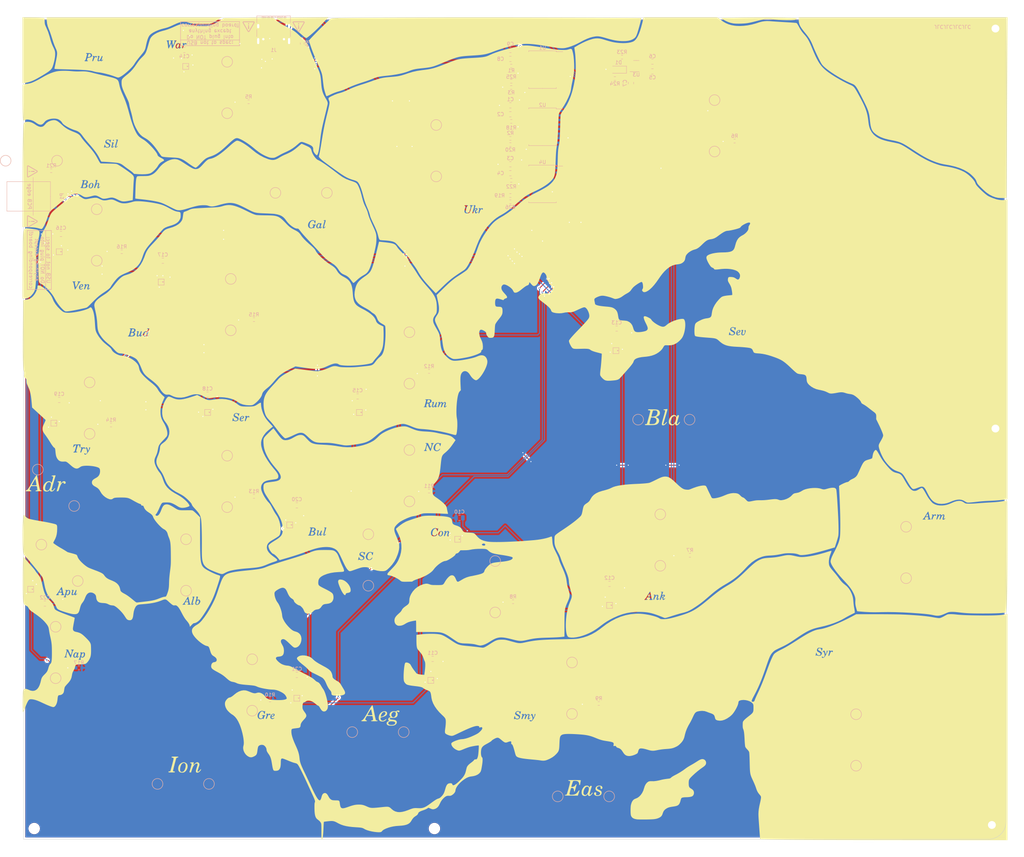
<source format=kicad_pcb>
(kicad_pcb (version 20211014) (generator pcbnew)
  (layers (0 "F.Cu" signal) (31 "B.Cu" signal) (34 "B.Paste" user) (35 "F.Paste" user) (36 "B.SilkS" user "B.Silkscreen") (37 "F.SilkS" user "F.Silkscreen") (38 "B.Mask" user) (39 "F.Mask" user) (44 "Edge.Cuts" user))
  (net 0 "")
  (net 1 "+3V3")
  (net 2 "GND")
  (net 3 "VS")
  (net 4 "+5V")
  (net 5 "/LED_TR2BR")
  (net 6 "Net-(D2-Pad3)")
  (net 7 "Net-(D3-Pad3)")
  (net 8 "Net-(D4-Pad3)")
  (net 9 "Net-(D5-Pad3)")
  (net 10 "Net-(D6-Pad3)")
  (net 11 "Net-(D7-Pad3)")
  (net 12 "Net-(D8-Pad3)")
  (net 13 "Net-(D10-Pad1)")
  (net 14 "Net-(D10-Pad3)")
  (net 15 "Net-(D11-Pad3)")
  (net 16 "Net-(D12-Pad3)")
  (net 17 "Net-(D13-Pad3)")
  (net 18 "/LED_BR2BL")
  (net 19 "/GPIO1_SCL")
  (net 20 "/GPIO0_SDA")
  (net 21 "/SUP34")
  (net 24 "Net-(J1-PadS1)")
  (net 29 "Net-(P1-PadS1)")
  (net 30 "Net-(R1-Pad1)")
  (net 31 "/SUP22")
  (net 32 "/SUP23")
  (net 33 "/SUP24")
  (net 34 "/SUP25")
  (net 35 "/SUP26")
  (net 36 "/SUP27")
  (net 37 "/SUP28")
  (net 38 "/SUP29")
  (net 39 "/SUP30")
  (net 40 "/SUP31")
  (net 41 "/SUP32")
  (net 42 "/SUP33")
  (net 43 "Net-(R18-Pad1)")
  (net 44 "Net-(R22-Pad1)")
  (net 45 "Net-(R23-Pad1)")
  (footprint "dip:TestPoint_Pad_D2.0mm" (layer "F.Cu") (at 40.5 76.5)
    (fp_text reference "TP13" hide)
    (fp_text value "TestPoint" hide)
  )
  (footprint "dip:TestPoint_Pad_D2.0mm" (layer "F.Cu") (at 128 119.525 180)
    (fp_text reference "TP21" hide)
    (fp_text value "TestPoint" hide)
  )
  (footprint "dip:TestPoint_Pad_D2.0mm" (layer "F.Cu") (at 84 202.5)
    (fp_text reference "TP27" hide)
    (fp_text value "TestPoint" hide)
  )
  (footprint "dip:TestPoint_Pad_D2.0mm" (layer "F.Cu") (at 77 154.1 180)
    (fp_text reference "TP22" hide)
    (fp_text value "TestPoint" hide)
  )
  (footprint "dip:TestPoint_Pad_D2.0mm" (layer "F.Cu") (at 38.5 124.975)
    (fp_text reference "TP6" hide)
    (fp_text value "TestPoint" hide)
  )
  (footprint "MountingHole:MountingHole_2.2mm_M2" (layer "F.Cu") (at 23 247)
    (fp_text reference "H5")
    (fp_text value "MountingHole")
  )
  (footprint "dip:SK6805-EC" (layer "F.Cu") (at 22 180)
    (fp_text reference "D14" hide)
    (fp_text value "SK6805-EC" hide)
  )
  (footprint "dip:SK6805-EC" (layer "F.Cu") (at 134 205.5)
    (fp_text reference "D6" hide)
    (fp_text value "SK6805-EC" hide)
  )
  (footprint "dip:TestPoint_Pad_D2.0mm" (layer "F.Cu") (at 77 43.8 180)
    (fp_text reference "TP14" hide)
    (fp_text value "TestPoint" hide)
  )
  (footprint "dip:TestPoint_Pad_D2.0mm" (layer "F.Cu") (at 213.4 45.925)
    (fp_text reference "TP10" hide)
    (fp_text value "TestPoint" hide)
  )
  (footprint "MountingHole:MountingHole_2.2mm_M2" (layer "F.Cu") (at 135 247)
    (fp_text reference "H4")
    (fp_text value "MountingHole")
  )
  (footprint "MountingHole:MountingHole_2.2mm_M2" (layer "F.Cu") (at 292 23 180)
    (fp_text reference "H1")
    (fp_text value "MountingHole")
  )
  (footprint "dip:TestPoint_Pad_D2.0mm" (layer "F.Cu") (at 128 110.925)
    (fp_text reference "TP1" hide)
    (fp_text value "TestPoint" hide)
  )
  (footprint "dip:TestPoint_Pad_D2.0mm" (layer "F.Cu") (at 116.5 167.5)
    (fp_text reference "TP8" hide)
    (fp_text value "TestPoint" hide)
  )
  (footprint "dip:TestPoint_Pad_D2.0mm" (layer "F.Cu") (at 173.5 212 180)
    (fp_text reference "TP18" hide)
    (fp_text value "TestPoint" hide)
  )
  (footprint "dip:TestPoint_Pad_D2.0mm" (layer "F.Cu") (at 29 202 180)
    (fp_text reference "TP26" hide)
    (fp_text value "TestPoint" hide)
  )
  (footprint "dip:TestPoint_Pad_D2.0mm" (layer "F.Cu") (at 198.2 170.525 180)
    (fp_text reference "TP16" hide)
    (fp_text value "TestPoint" hide)
  )
  (footprint "dip:SK6805-EC" (layer "F.Cu") (at 58.525 93.975)
    (fp_text reference "D12" hide)
    (fp_text value "SK6805-EC" hide)
  )
  (footprint "LOGO" (layer "F.Cu") (at 157.5 135)
    (fp_text reference "G***" hide)
    (fp_text value "LOGO" hide)
  )
  (footprint "dip:TestPoint_Pad_D2.0mm" (layer "F.Cu") (at 38.5 133.575 180)
    (fp_text reference "TP23" hide)
    (fp_text value "TestPoint" hide)
  )
  (footprint "dip:TestPoint_Pad_D2.0mm" (layer "F.Cu") (at 152 183.6 180)
    (fp_text reference "TP17" hide)
    (fp_text value "TestPoint" hide)
  )
  (footprint "dip:SK6805-EC" (layer "F.Cu") (at 65.4 33.6)
    (fp_text reference "D2" hide)
    (fp_text value "SK6805-EC" hide)
  )
  (footprint "dip:SK6805-EC" (layer "F.Cu") (at 184 184.5)
    (fp_text reference "D4" hide)
    (fp_text value "SK6805-EC" hide)
  )
  (footprint "dip:TestPoint_Pad_D2.0mm" (layer "F.Cu") (at 173.5 203.4)
    (fp_text reference "TP11" hide)
    (fp_text value "TestPoint" hide)
  )
  (footprint "dip:TestPoint_Pad_D2.0mm" (layer "F.Cu") (at 40.5 85.1 180)
    (fp_text reference "TP25" hide)
    (fp_text value "TestPoint" hide)
  )
  (footprint "dip:TestPoint_Pad_D2.0mm" (layer "F.Cu") (at 213.4 54.525 180)
    (fp_text reference "TP15" hide)
    (fp_text value "TestPoint" hide)
  )
  (footprint "dip:TestPoint_Pad_D2.0mm" (layer "F.Cu") (at 152 175)
    (fp_text reference "TP3" hide)
    (fp_text value "TestPoint" hide)
  )
  (footprint "dip:SK6805-EC" (layer "F.Cu") (at 114 130.5)
    (fp_text reference "D9" hide)
    (fp_text value "SK6805-EC" hide)
  )
  (footprint "MountingHole:MountingHole_2.2mm_M2" (layer "F.Cu") (at 292 135 180)
    (fp_text reference "H2")
    (fp_text value "MountingHole")
  )
  (footprint "dip:TestPoint_Pad_D2.0mm" (layer "F.Cu") (at 78 96)
    (fp_text reference "TP5" hide)
    (fp_text value "TestPoint" hide)
  )
  (footprint "dip:SK6805-EC" (layer "F.Cu") (at 28.5 133.5)
    (fp_text reference "D11" hide)
    (fp_text value "SK6805-EC" hide)
  )
  (footprint "dip:SK6805-EC" (layer "F.Cu") (at 96.5 210.5)
    (fp_text reference "D7" hide)
    (fp_text value "SK6805-EC" hide)
  )
  (footprint "dip:TestPoint_Pad_D2.0mm" (layer "F.Cu") (at 77 145.5)
    (fp_text reference "TP7" hide)
    (fp_text value "TestPoint" hide)
  )
  (footprint "dip:TestPoint_Pad_D2.0mm" (layer "F.Cu") (at 128 152.5 180)
    (fp_text reference "TP28" hide)
    (fp_text value "TestPoint" hide)
  )
  (footprint "MountingHole:MountingHole_2.2mm_M2" (layer "F.Cu") (at 291 246 180)
    (fp_text reference "H3")
    (fp_text value "MountingHole")
  )
  (footprint "dip:TestPoint_Pad_D2.0mm" (layer "F.Cu") (at 78 104.6 180)
    (fp_text reference "TP24" hide)
    (fp_text value "TestPoint" hide)
  )
  (footprint "dip:TestPoint_Pad_D2.0mm" (layer "F.Cu") (at 29 193.4)
    (fp_text reference "TP2" hide)
    (fp_text value "TestPoint" hide)
  )
  (footprint "dip:TestPoint_Pad_D2.0mm" (layer "F.Cu") (at 198.2 161.925)
    (fp_text reference "TP12" hide)
    (fp_text value "TestPoint" hide)
  )
  (footprint "dip:SK6805-EC" (layer "F.Cu") (at 30 85.5)
    (fp_text reference "D13" hide)
    (fp_text value "SK6805-EC" hide)
  )
  (footprint "dip:TestPoint_Pad_D2.0mm" (layer "F.Cu") (at 84 211.1 180)
    (fp_text reference "TP19" hide)
    (fp_text value "TestPoint" hide)
  )
  (footprint "dip:SK6805-EC" (layer "F.Cu") (at 94.5 162)
    (fp_text reference "D8" hide)
    (fp_text value "SK6805-EC" hide)
  )
  (footprint "dip:TestPoint_Pad_D2.0mm" (layer "F.Cu") (at 128 143.9)
    (fp_text reference "TP9" hide)
    (fp_text value "TestPoint" hide)
  )
  (footprint "dip:TestPoint_Pad_D2.0mm" (layer "F.Cu") (at 77 35.2)
    (fp_text reference "TP4" hide)
    (fp_text value "TestPoint" hide)
  )
  (footprint "dip:SK6805-EC" (layer "F.Cu") (at 71.525 130.475)
    (fp_text reference "D10" hide)
    (fp_text value "SK6805-EC" hide)
  )
  (footprint "dip:SK6805-EC" (layer "F.Cu") (at 141.5 166)
    (fp_text reference "D5" hide)
    (fp_text value "SK6805-EC" hide)
  )
  (footprint "dip:SK6805-EC" (layer "F.Cu") (at 185.8 113.2)
    (fp_text reference "D3" hide)
    (fp_text value "SK6805-EC" hide)
  )
  (footprint "dip:TestPoint_Pad_D2.0mm" (layer "F.Cu") (at 116.5 176.1 180)
    (fp_text reference "TP20" hide)
    (fp_text value "TestPoint" hide)
  )
  (footprint "Resistor_SMD:R_0603_1608Metric" (layer "B.Cu") (at 133.5 119 180)
    (fp_text reference "R12")
    (fp_text value "10k")
  )
  (footprint "dip:USB_C_Receptacle_HRO_TYPE-C-31-M-12" (layer "B.Cu") (at 90 23.37)
    (fp_text reference "J1")
    (fp_text value "USB_C_Receptacle_USB2.0")
  )
  (footprint "Capacitor_SMD:C_0805_2012Metric" (layer "B.Cu") (at 186 107 180)
    (fp_text reference "C13")
    (fp_text value "0.1µ")
  )
  (footprint "Resistor_SMD:R_0603_1608Metric" (layer "B.Cu") (at 187.5 31 180)
    (fp_text reference "R23")
    (fp_text value "10k")
  )
  (footprint "Resistor_SMD:R_0603_1608Metric" (layer "B.Cu") (at 157 183.5 180)
    (fp_text reference "R8")
    (fp_text value "10k")
  )
  (footprint "Resistor_SMD:R_0603_1608Metric" (layer "B.Cu") (at 44.5 134 180)
    (fp_text reference "R14")
    (fp_text value "10k")
  )
  (footprint "Capacitor_SMD:C_0805_2012Metric" (layer "B.Cu") (at 196 35)
    (fp_text reference "C5")
    (fp_text value "10µ")
  )
  (footprint "Resistor_SMD:R_0603_1608Metric" (layer "B.Cu") (at 156.5 65.5 180)
    (fp_text reference "R22")
    (fp_text value "1k")
  )
  (footprint "Capacitor_SMD:C_0805_2012Metric" (layer "B.Cu") (at 156.25 31.5 180)
    (fp_text reference "C8")
    (fp_text value "0.1u")
  )
  (footprint "Resistor_SMD:R_0603_1608Metric" (layer "B.Cu") (at 156.25 55.5)
    (fp_text reference "R20")
    (fp_text value "10k")
  )
  (footprint "Resistor_SMD:R_0603_1608Metric" (layer "B.Cu") (at 84.5 154 180)
    (fp_text reference "R13")
    (fp_text value "10k")
  )
  (footprint "Capacitor_SMD:C_0805_2012Metric" (layer "B.Cu") (at 142 160 180)
    (fp_text reference "C10")
    (fp_text value "0.1µ")
  )
  (footprint "Resistor_SMD:R_0603_1608Metric" (layer "B.Cu") (at 181 212 180)
    (fp_text reference "R9")
    (fp_text value "10k")
  )
  (footprint "Capacitor_SMD:C_0805_2012Metric" (layer "B.Cu") (at 156.25 44.5 180)
    (fp_text reference "C1")
    (fp_text value "0.1u")
  )
  (footprint "Package_TO_SOT_SMD:SOT-23-5" (layer "B.Cu") (at 191.5 33.5)
    (fp_text reference "U3")
    (fp_text value "AP2112K-3.3")
  )
  (footprint "Capacitor_SMD:C_0805_2012Metric" (layer "B.Cu") (at 96.5 156.5 180)
    (fp_text reference "C20")
    (fp_text value "0.1µ")
  )
  (footprint "Resistor_SMD:R_0603_1608Metric" (layer "B.Cu") (at 89 211 180)
    (fp_text reference "R10")
    (fp_text value "10k")
  )
  (footprint "Resistor_SMD:R_0603_1608Metric" (layer "B.Cu") (at 156.25 71.5)
    (fp_text reference "R26")
    (fp_text value "10k")
  )
  (footprint "Capacitor_SMD:C_0805_2012Metric" (layer "B.Cu") (at 156.25 61 180)
    (fp_text reference "C3")
    (fp_text value "0.1u")
  )
  (footprint "LOGO" (layer "B.Cu") (at 83 22.5)
    (fp_text reference "G***" hide)
    (fp_text value "LOGO" hide)
  )
  (footprint "Capacitor_SMD:C_0805_2012Metric" (layer "B.Cu") (at 30 127 180)
    (fp_text reference "C19")
    (fp_text value "0.1µ")
  )
  (footprint "Capacitor_SMD:C_0805_2012Metric" (layer "B.Cu") (at 156.25 29 180)
    (fp_text reference "C9")
    (fp_text value "10u")
  )
  (footprint "Capacitor_SMD:C_0805_2012Metric" (layer "B.Cu") (at 156.25 47 180)
    (fp_text reference "C2")
    (fp_text value "10u")
  )
  (footprint "Capacitor_SMD:C_0805_2012Metric" (layer "B.Cu") (at 196 32.25)
    (fp_text reference "C6")
    (fp_text value "10µ")
  )
  (footprint "Package_SO:SOIC-16W_7.5x10.3mm_P1.27mm" (layer "B.Cu") (at 165.25 66.5 180)
    (fp_text reference "U4")
    (fp_text value "PCF8591")
  )
  (footprint "Resistor_SMD:R_0603_1608Metric" (layer "B.Cu") (at 156.5 49 180)
    (fp_text reference "R18")
    (fp_text value "1k")
  )
  (footprint "Capacitor_SMD:C_0805_2012Metric" (layer "B.Cu") (at 190 38.25 -90)
    (fp_text reference "C7")
    (fp_text value "10µ")
  )
  (footprint "Package_SO:SOIC-16W_7.5x10.3mm_P1.27mm" (layer "B.Cu") (at 165.25 50.5 180)
    (fp_text reference "U2")
    (fp_text value "PCF8591")
  )
  (footprint "Diode_SMD:D_SOD-123" (layer "B.Cu") (at 186.5 34.5 180)
    (fp_text reference "D1")
    (fp_text value "MBR0540")
  )
  (footprint "dip:USB_C_Plug_edge_launch" (layer "B.Cu") (at 26.2 70 90)
    (fp_text reference "P1")
    (fp_text value "USB_C_Plug")
  )
  (footprint "Capacitor_SMD:C_0805_2012Metric" (layer "B.Cu") (at 65 29 180)
    (fp_text reference "C14")
    (fp_text value "0.1µ")
  )
  (footprint "Capacitor_SMD:C_0805_2012Metric" (layer "B.Cu") (at 59 88 180)
    (fp_text reference "C17")
    (fp_text value "0.1µ")
  )
  (footprint "Resistor_SMD:R_0603_1608Metric" (layer "B.Cu") (at 156.5 39.5)
    (fp_text reference "R3")
    (fp_text value "10k")
  )
  (footprint "LOGO" (layer "B.Cu") (at 22.5 63 90)
    (fp_text reference "G***" hide)
    (fp_text value "LOGO" hide)
  )
  (footprint "Resistor_SMD:R_0603_1608Metric" (layer "B.Cu") (at 98 27.2 90)
    (fp_text reference "R4")
    (fp_text value "1M")
  )
  (footprint "Capacitor_SMD:C_0805_2012Metric" (layer "B.Cu") (at 96.5 204 180)
    (fp_text reference "C21")
    (fp_text value "0.1µ")
  )
  (footprint "Capacitor_SMD:C_0805_2012Metric" (layer "B.Cu") (at 184 178.5 180)
    (fp_text reference "C12")
    (fp_text value "0.1µ")
  )
  (footprint "Capacitor_SMD:C_0805_2012Metric" (layer "B.Cu") (at 26 184 180)
    (fp_text reference "C22")
    (fp_text value "0.1µ")
  )
  (footprint "Resistor_SMD:R_0603_1608Metric" (layer "B.Cu") (at 35.5 202 180)
    (fp_text reference "R17")
    (fp_text value "10k")
  )
  (footprint "Capacitor_SMD:C_0805_2012Metric" (layer "B.Cu") (at 113.5 126 180)
    (fp_text reference "C15")
    (fp_text value "0.1µ")
  )
  (footprint "Resistor_SMD:R_0603_1608Metric" (layer "B.Cu") (at 156.5 37.75)
    (fp_text reference "R25")
    (fp_text value "10k")
  )
  (footprint "Resistor_SMD:R_0603_1608Metric" (layer "B.Cu") (at 156.25 69.75)
    (fp_text reference "R19")
    (fp_text value "10k")
  )
  (footprint "Capacitor_SMD:C_0805_2012Metric" (layer "B.Cu") (at 156.25 63.5 180)
    (fp_text reference "C4")
    (fp_text value "10u")
  )
  (footprint "Resistor_SMD:R_0603_1608Metric" (layer "B.Cu") (at 219 54.5 180)
    (fp_text reference "R6")
    (fp_text value "10k")
  )
  (footprint "Capacitor_SMD:C_0805_2012Metric" (layer "B.Cu") (at 71.5 125.5 180)
    (fp_text reference "C18")
    (fp_text value "0.1µ")
  )
  (footprint "LOGO" (layer "B.Cu") (at 97 22.5)
    (fp_text reference "G***" hide)
    (fp_text value "LOGO" hide)
  )
  (footprint "Resistor_SMD:R_0603_1608Metric" (layer "B.Cu") (at 156.5 33.5 180)
    (fp_text reference "R1")
    (fp_text value "1k")
  )
  (footprint "Resistor_SMD:R_0603_1608Metric" (layer "B.Cu") (at 206.5 170.5 180)
    (fp_text reference "R7")
    (fp_text value "10k")
  )
  (footprint "Resistor_SMD:R_0603_1608Metric" (layer "B.Cu") (at 47.5 85.5 180)
    (fp_text reference "R16")
    (fp_text value "10k")
  )
  (footprint "Resistor_SMD:R_0603_1608Metric" (layer "B.Cu") (at 84.5 104.5 180)
    (fp_text reference "R15")
    (fp_text value "10k")
  )
  (footprint "Resistor_SMD:R_0603_1608Metric" (layer "B.Cu") (at 27.76 62.8 180)
    (fp_text reference "R21")
    (fp_text value "1M")
  )
  (footprint "Capacitor_SMD:C_0805_2012Metric" (layer "B.Cu") (at 134.5 199.5 180)
    (fp_text reference "C11")
    (fp_text value "0.1µ")
  )
  (footprint "Resistor_SMD:R_0603_1608Metric" (layer "B.Cu") (at 156.25 53.75)
    (fp_text reference "R2")
    (fp_text value "10k")
  )
  (footprint "Resistor_SMD:R_0603_1608Metric" (layer "B.Cu") (at 133.5 152.5 180)
    (fp_text reference "R11")
    (fp_text value "10k")
  )
  (footprint "Resistor_SMD:R_0603_1608Metric" (layer "B.Cu") (at 83 43.5 180)
    (fp_text reference "R5")
    (fp_text value "10k")
  )
  (footprint "LOGO" (layer "B.Cu") (at 22.5 77 90)
    (fp_text reference "G***" hide)
    (fp_text value "LOGO" hide)
  )
  (footprint "Resistor_SMD:R_0603_1608Metric" (layer "B.Cu") (at 185.5 37)
    (fp_text reference "R24")
    (fp_text value "10k")
  )
  (footprint "Capacitor_SMD:C_0805_2012Metric" (layer "B.Cu") (at 30.5 80.5 180)
    (fp_text reference "C16")
    (fp_text value "0.1µ")
  )
  (footprint "Package_SO:SOIC-16W_7.5x10.3mm_P1.27mm" (layer "B.Cu") (at 165.25 34.5 180)
    (fp_text reference "U1")
    (fp_text value "PCF8591")
  )
  (gr_circle (center 104.9 69) (end 104.9 67.5) (layer "B.SilkS") (width 0.15) (fill none))
  (gr_circle (center 267 176.9) (end 268.5 176.9) (layer "B.SilkS") (width 0.15) (fill none))
  (gr_circle (center 90.5 69) (end 90.5 67.5) (layer "B.SilkS") (width 0.15) (fill none))
  (gr_line (start 63.95 21.05) (end 63.95 27.8) (layer "B.SilkS") (width 0.15))
  (gr_circle (center 29.4 60) (end 29.4 58.5) (layer "B.SilkS") (width 0.15) (fill none))
  (gr_circle (center 183.9 238) (end 183.9 236.5) (layer "B.SilkS") (width 0.15) (fill none))
  (gr_circle (center 192 132.5) (end 192 131) (layer "B.SilkS") (width 0.15) (fill none))
  (gr_circle (center 135.5 64.4) (end 137 64.4) (layer "B.SilkS") (width 0.15) (fill none))
  (gr_circle (center 126.4 220) (end 126.4 218.5) (layer "B.SilkS") (width 0.15) (fill none))
  (gr_line (start 21.05 79.55) (end 27.8 79.55) (layer "B.SilkS") (width 0.15))
  (gr_line (start 26.2 96.05) (end 26.2 79.55) (layer "B.SilkS") (width 0.15))
  (gr_line (start 80.45 21.05) (end 80.45 27.8) (layer "B.SilkS") (width 0.15))
  (gr_circle (center 57.5 234.5) (end 57.5 233) (layer "B.SilkS") (width 0.15) (fill none))
  (gr_circle (center 135.5 50) (end 137 50) (layer "B.SilkS") (width 0.15) (fill none))
  (gr_circle (center 169.5 238) (end 169.5 236.5) (layer "B.SilkS") (width 0.15) (fill none))
  (gr_line (start 21.05 79.55) (end 21.05 96.05) (layer "B.SilkS") (width 0.15))
  (gr_line (start 21.05 96.05) (end 27.8 96.05) (layer "B.SilkS") (width 0.15))
  (gr_circle (center 34.182338 156.682338) (end 35.242998 155.621678) (layer "B.SilkS") (width 0.15) (fill none))
  (gr_circle (center 24 146.5) (end 25.06066 145.43934) (layer "B.SilkS") (width 0.15) (fill none))
  (gr_circle (center 15 60) (end 15 58.5) (layer "B.SilkS") (width 0.15) (fill none))
  (gr_circle (center 35.182338 177.682338) (end 36.242998 176.621678) (layer "B.SilkS") (width 0.15) (fill none))
  (gr_circle (center 65.5 180.4) (end 67 180.4) (layer "B.SilkS") (width 0.15) (fill none))
  (gr_circle (center 112 220) (end 112 218.5) (layer "B.SilkS") (width 0.15) (fill none))
  (gr_circle (center 71.9 234.5) (end 71.9 233) (layer "B.SilkS") (width 0.15) (fill none))
  (gr_circle (center 267 162.5) (end 268.5 162.5) (layer "B.SilkS") (width 0.15) (fill none))
  (gr_circle (center 65.5 166) (end 67 166) (layer "B.SilkS") (width 0.15) (fill none))
  (gr_line (start 63.95 27.8) (end 80.45 27.8) (layer "B.SilkS") (width 0.15))
  (gr_line (start 27.8 96.05) (end 27.8 79.55) (layer "B.SilkS") (width 0.15))
  (gr_line (start 63.95 26.2) (end 80.45 26.2) (layer "B.SilkS") (width 0.15))
  (gr_circle (center 206.4 132.5) (end 206.4 131) (layer "B.SilkS") (width 0.15) (fill none))
  (gr_line (start 80.45 21.05) (end 63.95 21.05) (layer "B.SilkS") (width 0.15))
  (gr_circle (center 253 229.4) (end 254.5 229.4) (layer "B.SilkS") (width 0.15) (fill none))
  (gr_circle (center 253 215) (end 254.5 215) (layer "B.SilkS") (width 0.15) (fill none))
  (gr_circle (center 25 167.5) (end 26.06066 166.43934) (layer "B.SilkS") (width 0.15) (fill none))
  (gr_line (start 295 20) (end 295 245) (layer "Edge.Cuts") (width 0.1))
  (gr_line (start 20 250) (end 290 250) (layer "Edge.Cuts") (width 0.1))
  (gr_line (start 20 20) (end 295 20) (layer "Edge.Cuts") (width 0.1))
  (gr_arc (start 295 245) (mid 293.535534 248.535534) (end 290 250) (layer "Edge.Cuts") (width 0.1))
  (gr_line (start 20 20) (end 20 250) (layer "Edge.Cuts") (width 0.1))
  (gr_text "JLCJLCJLCJLC" (at 280 22.5 180) (layer "B.SilkS") (effects (font (size 1 1)) (justify mirror)))
  (gr_text "USB not to spec:\nDo NOT plug into\nanything except\ncorresponding board!" (at 72.2 24.55 180) (layer "B.SilkS") (effects (font (size 1 1)) (justify mirror)))
  (gr_text "USB not to spec:\nDo NOT plug into\nanything except\ncorresponding board!" (at 24.55 87.8 270) (layer "B.SilkS") (effects (font (size 1 1)) (justify mirror)))
  (segment (start 159 28) (end 159 32.2) (width 0.25) (layer "F.Cu") (net 1))
  (segment (start 40.5 71.7) (end 40.5 76.5) (width 0.25) (layer "F.Cu") (net 1))
  (segment (start 185.125 175) (end 198.2 161.925) (width 0.25) (layer "F.Cu") (net 1))
  (segment (start 193 45.925) (end 182.8625 56.0625) (width 0.25) (layer "F.Cu") (net 1))
  (segment (start 78 96) (end 92.925 110.925) (width 0.25) (layer "F.Cu") (net 1))
  (segment (start 173.5 196.5) (end 173.5 203.4) (width 0.25) (layer "F.Cu") (net 1))
  (segment (start 29 193.4) (end 74.9 193.4) (width 0.25) (layer "F.Cu") (net 1))
  (segment (start 128 110.925) (end 130.925 110.925) (width 0.25) (layer "F.Cu") (net 1))
  (segment (start 172 45.2) (end 180.4 53.6) (width 0.25) (layer "F.Cu") (net 1))
  (segment (start 182.8625 56.0625) (end 179.8625 59.0625) (width 0.25) (layer "F.Cu") (net 1))
  (segment (start 130.925 110.925) (end 140 120) (width 0.25) (layer "F.Cu") (net 1))
  (segment (start 67.475 96) (end 38.5 124.975) (width 0.25) (layer "F.Cu") (net 1))
  (segment (start 78.6 143.9) (end 128 143.9) (width 0.25) (layer "F.Cu") (net 1))
  (segment (start 40.5 76.5) (end 58.5 76.5) (width 0.25) (layer "F.Cu") (net 1))
  (segment (start 213.325 46) (end 213.4 45.925) (width 0.25) (layer "F.Cu") (net 1))
  (segment (start 144.5 167.5) (end 152 175) (width 0.25) (layer "F.Cu") (net 1))
  (segment (start 116.5 167.5) (end 116.5 155.4) (width 0.25) (layer "F.Cu") (net 1))
  (segment (start 140 131.9) (end 128 143.9) (width 0.25) (layer "F.Cu") (net 1))
  (segment (start 116.5 155.4) (end 128 143.9) (width 0.25) (layer "F.Cu") (net 1))
  (segment (start 173 44.2) (end 172 45.2) (width 0.25) (layer "F.Cu") (net 1))
  (segment (start 74.9 193.4) (end 84 202.5) (width 0.25) (layer "F.Cu") (net 1))
  (segment (start 77 35.2) (end 40.5 71.7) (width 0.25) (layer "F.Cu") (net 1))
  (segment (start 152 175) (end 173.5 196.5) (width 0.25) (layer "F.Cu") (net 1))
  (segment (start 140 120) (end 140 131.9) (width 0.25) (layer "F.Cu") (net 1))
  (segment (start 58.5 76.5) (end 78 96) (width 0.25) (layer "F.Cu") (net 1))
  (segment (start 180.4 53.6) (end 182.8625 56.0625) (width 0.25) (layer "F.Cu") (net 1))
  (segment (start 92.925 110.925) (end 128 110.925) (width 0.25) (layer "F.Cu") (net 1))
  (segment (start 116.5 167.5) (end 144.5 167.5) (width 0.25) (layer "F.Cu") (net 1))
  (segment (start 172.4 53.6) (end 180.4 53.6) (width 0.25) (layer "F.Cu") (net 1))
  (segment (start 84 202.5) (end 116.5 170) (width 0.25) (layer "F.Cu") (net 1))
  (segment (start 159 32.2) (end 172 45.2) (width 0.25) (layer "F.Cu") (net 1))
  (segment (start 78 96) (end 67.475 96) (width 0.25) (layer "F.Cu") (net 1))
  (segment (start 152 175) (end 185.125 175) (width 0.25) (layer "F.Cu") (net 1))
  (segment (start 173 36.4) (end 173 44.2) (width 0.25) (layer "F.Cu") (net 1))
  (segment (start 179.8625 59.0625) (end 128 110.925) (width 0.25) (layer "F.Cu") (net 1))
  (segment (start 116.5 170) (end 116.5 167.5) (width 0.25) (layer "F.Cu") (net 1))
  (segment (start 77 145.5) (end 78.6 143.9) (width 0.25) (layer "F.Cu") (net 1))
  (segment (start 159.4 59.8) (end 179.125 59.8) (width 0.25) (layer "F.Cu") (net 1))
  (segment (start 157.7 43) (end 158.8 43) (width 0.25) (layer "F.Cu") (net 1))
  (segment (start 154.1 39.4) (end 157.7 43) (width 0.25) (layer "F.Cu") (net 1))
  (segment (start 179.125 59.8) (end 179.8625 59.0625) (width 0.25) (layer "F.Cu") (net 1))
  (segment (start 211.5 46) (end 213.325 46) (width 0.25) (layer "F.Cu") (net 1))
  (segment (start 213.4 45.925) (end 193 45.925) (width 0.25) (layer "F.Cu") (net 1))
  (via (at 154.1 39.4) (size 0.5) (drill 0.3) (layers "F.Cu" "B.Cu") (net 1))
  (via (at 172.4 53.6) (size 0.5) (drill 0.3) (layers "F.Cu" "B.Cu") (net 1))
  (via (at 211.5 46) (size 0.5) (drill 0.3) (layers "F.Cu" "B.Cu") (net 1))
  (via (at 158.8 43) (size 0.5) (drill 0.3) (layers "F.Cu" "B.Cu") (net 1))
  (via (at 173 36.4) (size 0.5) (drill 0.3) (layers "F.Cu" "B.Cu") (net 1))
  (via (at 159 28) (size 0.5) (drill 0.3) (layers "F.Cu" "B.Cu") (net 1))
  (via (at 159.4 59.8) (size 0.5) (drill 0.3) (layers "F.Cu" "B.Cu") (net 1))
  (segment (start 155.675 49) (end 155.675 53.5) (width 0.25) (layer "B.Cu") (net 1))
  (segment (start 155.675 33.5) (end 155.675 37.75) (width 0.25) (layer "B.Cu") (net 1))
  (segment (start 158.645 62.055) (end 157.2 63.5) (width 0.25) (layer "B.Cu") (net 1))
  (segment (start 158.145 46.055) (end 157.2 47) (width 0.25) (layer "B.Cu") (net 1))
  (segment (start 159 59.8) (end 159.4 59.8) (width 0.25) (layer "B.Cu") (net 1))
  (segment (start 155.675 69.5) (end 155.425 69.75) (width 0.25) (layer "B.Cu") (net 1))
  (segment (start 169.9 35.135) (end 171.335 35.135) (width 0.25) (layer "B.Cu") (net 1))
  (segment (start 158.4 59.8) (end 159 59.8) (width 0.25) (layer "B.Cu") (net 1))
  (segment (start 171.335 35.135) (end 172.4 36.2) (width 0.25) (layer "B.Cu") (net 1))
  (segment (start 159.045 44.5) (end 160.6 46.055) (width 0.25) (layer "B.Cu") (net 1))
  (segment (start 172.4 36.2) (end 172.8 36.2) (width 0.25) (layer "B.Cu") (net 1))
  (segment (start 195.05 35) (end 206.05 46) (width 0.25) (layer "B.Cu") (net 1))
  (segment (start 169.9 52.405) (end 169.9 53.675) (width 0.25) (layer "B.Cu") (net 1))
  (segment (start 155.675 37.75) (end 155.675 39.5) (width 0.25) (layer "B.Cu") (net 1))
  (segment (start 158.255 30.055) (end 157.2 29) (width 0.25) (layer "B.Cu") (net 1))
  (segment (start 158.645 30.055) (end 157.2 31.5) (width 0.25) (layer "B.Cu") (net 1))
  (segment (start 160.6 46.055) (end 158.145 46.055) (width 0.25) (layer "B.Cu") (net 1))
  (segment (start 155.425 69.75) (end 155.425 71.5) (width 0.25) (layer "B.Cu") (net 1))
  (segment (start 155.675 39.5) (end 154.2 39.5) (width 0.25) (layer "B.Cu") (net 1))
  (segment (start 157.2 29) (end 158 29) (width 0.25) (layer "B.Cu") (net 1))
  (segment (start 157.2 61) (end 158.4 59.8) (width 0.25) (layer "B.Cu") (net 1))
  (segment (start 158.7 43) (end 157.2 44.5) (width 0.25) (layer "B.Cu") (net 1))
  (segment (start 192.6375 34.45) (end 192.85 34.45) (width 0.25) (layer "B.Cu") (net 1))
  (segment (start 155.425 53.75) (end 155.425 55.5) (width 0.25) (layer "B.Cu") (net 1))
  (segment (start 169.975 53.6) (end 172.4 53.6) (width 0.25) (layer "B.Cu") (net 1))
  (segment (start 169.9 53.675) (end 169.975 53.6) (width 0.25) (layer "B.Cu") (net 1))
  (segment (start 155.675 48.525) (end 157.2 47) (width 0.25) (layer "B.Cu") (net 1))
  (segment (start 160.6 30.055) (end 158.255 30.055) (width 0.25) (layer "B.Cu") (net 1))
  (segment (start 155.675 65.5) (end 155.675 65.025) (width 0.25) (layer "B.Cu") (net 1))
  (segment (start 158 29) (end 159 28) (width 0.25) (layer "B.Cu") (net 1))
  (segment (start 155.675 65.5) (end 155.675 69.5) (width 0.25) (layer "B.Cu") (net 1))
  (segment (start 155.675 53.5) (end 155.425 53.75) (width 0.25) (layer "B.Cu") (net 1))
  (segment (start 192.85 34.45) (end 195.05 32.25) (width 0.25) (layer "B.Cu") (net 1))
  (segment (start 157.2 61) (end 158.255 62.055) (width 0.25) (layer "B.Cu") (net 1))
  (segment (start 193.1875 35) (end 195.05 35) (width 0.25) (layer "B.Cu") (net 1))
  (segment (start 206.05 46) (end 211.5 46) (width 0.25) (layer "B.Cu") (net 1))
  (segment (start 157.2 44.5) (end 159.045 44.5) (width 0.25) (layer "B.Cu") (net 1))
  (segment (start 160.6 30.055) (end 158.645 30.055) (width 0.25) (layer "B.Cu") (net 1))
  (segment (start 157.2 29) (end 157.2 31.5) (width 0.25) (layer "B.Cu") (net 1))
  (segment (start 170.925 37.675) (end 172.4 36.2) (width 0.25) (layer "B.Cu") (net 1))
  (segment (start 155.675 65.025) (end 157.2 63.5) (width 0.25) (layer "B.Cu") (net 1))
  (segment (start 158.8 43) (end 158.7 43) (width 0.25) (layer "B.Cu") (net 1))
  (segment (start 155.675 33.025) (end 157.2 31.5) (width 0.25) (layer "B.Cu") (net 1))
  (segment (start 195.05 32.25) (end 195.05 35) (width 0.25) (layer "B.Cu") (net 1))
  (segment (start 169.9 37.675) (end 170.925 37.675) (width 0.25) (layer "B.Cu") (net 1))
  (segment (start 192.6375 34.45) (end 193.1875 35) (width 0.25) (layer "B.Cu") (net 1))
  (segment (start 155.675 49) (end 155.675 48.525) (width 0.25) (layer "B.Cu") (net 1))
  (segment (start 172.8 36.2) (end 173 36.4) (width 0.25) (layer "B.Cu") (net 1))
  (segment (start 158.255 62.055) (end 160.6 62.055) (width 0.25) (layer "B.Cu") (net 1))
  (segment (start 160.6 62.055) (end 158.645 62.055) (width 0.25) (layer "B.Cu") (net 1))
  (segment (start 154.2 39.5) (end 154.1 39.4) (width 0.25) (layer "B.Cu") (net 1))
  (segment (start 155.675 33.5) (end 155.675 33.025) (width 0.25) (layer "B.Cu") (net 1))
  (segment (start 162.25 79.5) (end 165.25 82.5) (width 0.25) (layer "F.Cu") (net 2))
  (segment (start 185.325 111.925) (end 184.6 111.2) (width 0.25) (layer "F.Cu") (net 2))
  (segment (start 29 81.3) (end 28.2 80.5) (width 0.25) (layer "F.Cu") (net 2))
  (segment (start 183.525 184.025) (end 183.525 182.925) (width 0.25) (layer "F.Cu") (net 2))
  (segment (start 140.625 165.525) (end 141.025 165.525) (width 0.25) (layer "F.Cu") (net 2))
  (segment (start 28.2 80.5) (end 25 80.5) (width 0.25) (layer "F.Cu") (net 2))
  (segment (start 64.925 33.125) (end 64.925 32.125) (width 0.25) (layer "F.Cu") (net 2))
  (segment (start 160.7 52.8) (end 160.7 56.8) (width 0.25) (layer "F.Cu") (net 2))
  (segment (start 96.025 210.025) (end 96.025 209.025) (width 0.25) (layer "F.Cu") (net 2))
  (segment (start 113.525 130.025) (end 113.525 128.725) (width 0.25) (layer "F.Cu") (net 2))
  (segment (start 94.025 161.225) (end 93.4 160.6) (width 0.25) (layer "F.Cu") (net 2))
  (segment (start 29 83.4) (end 29 81.3) (width 0.25) (layer "F.Cu") (net 2))
  (segment (start 128.75 56) (end 124.5 56) (width 0.25) (layer "F.Cu") (net 2))
  (segment (start 29.525 83.925) (end 29 83.4) (width 0.25) (layer "F.Cu") (net 2))
  (segment (start 159.75 142) (end 162 144.25) (width 0.25) (layer "F.Cu") (net 2))
  (segment (start 54.25 127.5) (end 54.25 129.75) (width 0.25) (layer "F.Cu") (net 2))
  (segment (start 76 79.5) (end 76 82) (width 0.25) (layer "F.Cu") (net 2))
  (segment (start 102.25 117.25) (end 102.25 120.25) (width 0.25) (layer "F.Cu") (net 2))
  (segment (start 183.525 182.925) (end 182.8 182.2) (width 0.25) (layer "F.Cu") (net 2))
  (segment (start 82.8 25) (end 96.6 25) (width 0.25) (layer "F.Cu") (net 2))
  (segment (start 94.025 161.525) (end 94.025 161.225) (width 0.25) (layer "F.Cu") (net 2))
  (segment (start 58.05 92.85) (end 57.4 92.2) (width 0.25) (layer "F.Cu") (net 2))
  (segment (start 153.2 45.3) (end 158.4 50.5) (width 0.25) (layer "F.Cu") (net 2))
  (segment (start 64.2 31.4) (end 62.15 31.4) (width 0.25) (layer "F.Cu") (net 2))
  (segment (start 153.1 61) (end 158.6 66.5) (width 0.25) (layer "F.Cu") (net 2))
  (segment (start 160.3 40.9) (end 160.3 37.4) (width 0.25) (layer "F.Cu") (net 2))
  (segment (start 123.25 43.25) (end 128 43.25) (width 0.25) (layer "F.Cu") (net 2))
  (segment (start 165.8 66.5) (end 158.6 66.5) (width 0.25) (layer "F.Cu") (net 2))
  (segment (start 199.75 145.25) (end 203.5 145.25) (width 0.25) (layer "F.Cu") (net 2))
  (segment (start 189.25 145.25) (end 186 145.25) (width 0.25) (layer "F.Cu") (net 2))
  (segment (start 113.525 128.725) (end 112 127.2) (width 0.25) (layer "F.Cu") (net 2))
  (segment (start 58.05 93.5) (end 58.05 92.85) (width 0.25) (layer "F.Cu") (net 2))
  (segment (start 64.925 32.125) (end 64.2 31.4) (width 0.25) (layer "F.Cu") (net 2))
  (segment (start 29.525 85.025) (end 29.525 83.925) (width 0.25) (layer "F.Cu") (net 2))
  (segment (start 69.4 130) (end 71.05 130) (width 0.25) (layer "F.Cu") (net 2))
  (segment (start 153.2 44.5) (end 153.2 45.3) (width 0.25) (layer "F.Cu") (net 2))
  (segment (start 185.325 112.725) (end 185.325 111.925) (width 0.25) (layer "F.Cu") (net 2))
  (segment (start 69 130.4) (end 69.4 130) (width 0.25) (layer "F.Cu") (net 2))
  (segment (start 42 89.5) (end 42 91.75) (width 0.25) (layer "F.Cu") (net 2))
  (segment (start 158.4 50.5) (end 160.7 52.8) (width 0.25) (layer "F.Cu") (net 2))
  (segment (start 28.025 133.025) (end 28.025 132.025) (width 0.25) (layer "F.Cu") (net 2))
  (segment (start 21.525 179.525) (end 21.525 178.675) (width 0.25) (layer "F.Cu") (net 2))
  (segment (start 101.5 31.25) (end 101.5 34.25) (width 0.25) (layer "F.Cu") (net 2))
  (segment (start 64.75 23.5) (end 65 23.5) (width 0.25) (layer "F.Cu") (net 2))
  (segment (start 28.025 132.025) (end 27.8 131.8) (width 0.25) (layer "F.Cu") (net 2))
  (segment (start 133.525 205.025) (end 133.525 203.475) (width 0.25) (layer "F.Cu") (net 2))
  (segment (start 159.75 141.75) (end 159.75 142) (width 0.25) (layer "F.Cu") (net 2))
  (segment (start 126.75 85.25) (end 126.75 89.5) (width 0.25) (layer "F.Cu") (net 2))
  (segment (start 168 68.7) (end 165.8 66.5) (width 0.25) (layer "F.Cu") (net 2))
  (segment (start 133.525 203.475) (end 134 203) (width 0.25) (layer "F.Cu") (net 2))
  (segment (start 21.525 178.675) (end 22.6 177.6) (width 0.25) (layer "F.Cu") (net 2))
  (segment (start 96.6 25) (end 99.8 28.2) (width 0.25) (layer "F.Cu") (net 2))
  (segment (start 62.15 31.4) (end 62 31.25) (width 0.25) (layer "F.Cu") (net 2))
  (segment (start 80.6 27.2) (end 82.8 25) (width 0.25) (layer "F.Cu") (net 2))
  (segment (start 70.5 111.5) (end 70.5 113.75) (width 0.25) (layer "F.Cu") (net 2))
  (segment (start 160.3 37.4) (end 158.4 35.5) (width 0.25) (layer "F.Cu") (net 2))
  (segment (start 152.8 61) (end 153.1 61) (width 0.25) (layer "F.Cu") (net 2))
  (segment (start 172.75 77.25) (end 176 77.25) (width 0.25) (layer "F.Cu") (net 2))
  (segment (start 139.4 164.3) (end 140.625 165.525) (width 0.25) (layer "F.Cu") (net 2))
  (segment (start 65 23.5) (end 66.5 25) (width 0.25) (layer "F.Cu") (net 2))
  (segment (start 96.025 209.025) (end 95.2 208.2) (width 0.25) (layer "F.Cu") (net 2))
  (via (at 70.5 111.5) (size 0.5) (drill 0.3) (layers "F.Cu" "B.Cu") (net 2))
  (via (at 101.5 34.25) (size 0.5) (drill 0.3) (layers "F.Cu" "B.Cu") (net 2))
  (via (at 27.8 131.8) (size 0.5) (drill 0.3) (layers "F.Cu" "B.Cu") (net 2))
  (via (at 69 130.4) (size 0.5) (drill 0.3) (layers "F.Cu" "B.Cu") (net 2))
  (via (at 80.6 27.2) (size 0.5) (drill 0.3) (layers "F.Cu" "B.Cu") (net 2))
  (via (at 99.8 28.2) (size 0.5) (drill 0.3) (layers "F.Cu" "B.Cu") (net 2))
  (via (at 182.8 182.2) (size 0.5) (drill 0.3) (layers "F.Cu" "B.Cu") (net 2))
  (via (at 123.25 43.25) (size 0.5) (drill 0.3) (layers "F.Cu" "B.Cu") (net 2))
  (via (at 153.2 44.5) (size 0.5) (drill 0.3) (layers "F.Cu" "B.Cu") (net 2))
  (via (at 76 79.5) (size 0.5) (drill 0.3) (layers "F.Cu" "B.Cu") (net 2))
  (via (at 162 144.25) (size 0.5) (drill 0.3) (layers "F.Cu" "B.Cu") (net 2))
  (via (at 70.5 113.75) (size 0.5) (drill 0.3) (layers "F.Cu" "B.Cu") (net 2))
  (via (at 126.75 89.5) (size 0.5) (drill 0.3) (layers "F.Cu" "B.Cu") (net 2))
  (via (at 64.75 23.5) (size 0.5) (drill 0.3) (layers "F.Cu" "B.Cu") (net 2))
  (via (at 76 82) (size 0.5) (drill 0.3) (layers "F.Cu" "B.Cu") (net 2))
  (via (at 158.4 35.5) (size 0.5) (drill 0.3) (layers "F.Cu" "B.Cu") (net 2))
  (via (at 93.4 160.6) (size 0.5) (drill 0.3) (layers "F.Cu" "B.Cu") (net 2))
  (via (at 203.5 145.25) (size 0.5) (drill 0.3) (layers "F.Cu" "B.Cu") (net 2))
  (via (at 54.25 129.75) (size 0.5) (drill 0.3) (layers "F.Cu" "B.Cu") (net 2))
  (via (at 176 77.25) (size 0.5) (drill 0.3) (layers "F.Cu" "B.Cu") (net 2))
  (via (at 64.2 31.4) (size 0.5) (drill 0.3) (layers "F.Cu" "B.Cu") (net 2))
  (via (at 42 91.75) (size 0.5) (drill 0.3) (layers "F.Cu" "B.Cu") (net 2))
  (via (at 160.3 40.9) (size 0.5) (drill 0.3) (layers "F.Cu" "B.Cu") (net 2))
  (via (at 162.25 79.5) (size 0.5) (drill 0.3) (layers "F.Cu" "B.Cu") (net 2))
  (via (at 102.25 120.25) (size 0.5) (drill 0.3) (layers "F.Cu" "B.Cu") (net 2))
  (via (at 134 203) (size 0.5) (drill 0.3) (layers "F.Cu" "B.Cu") (net 2))
  (via (at 199.75 145.25) (size 0.5) (drill 0.3) (layers "F.Cu" "B.Cu") (net 2))
  (via (at 57.4 92.2) (size 0.5) (drill 0.3) (layers "F.Cu" "B.Cu") (net 2))
  (via (at 160.7 56.8) (size 0.5) (drill 0.3) (layers "F.Cu" "B.Cu") (net 2))
  (via (at 152.8 61) (size 0.5) (drill 0.3) (layers "F.Cu" "B.Cu") (net 2))
  (via (at 42 89.5) (size 0.5) (drill 0.3) (layers "F.Cu" "B.Cu") (net 2))
  (via (at 95.2 208.2) (size 0.5) (drill 0.3) (layers "F.Cu" "B.Cu") (net 2))
  (via (at 139.4 164.3) (size 0.5) (drill 0.3) (layers "F.Cu" "B.Cu") (net 2))
  (via (at 126.75 85.25) (size 0.5) (drill 0.3) (layers "F.Cu" "B.Cu") (net 2))
  (via (at 186 145.25) (size 0.5) (drill 0.3) (layers "F.Cu" "B.Cu") (net 2))
  (via (at 102.25 117.25) (size 0.5) (drill 0.3) (layers "F.Cu" "B.Cu") (net 2))
  (via (at 25 80.5) (size 0.5) (drill 0.3) (layers "F.Cu" "B.Cu") (net 2))
  (via (at 54.25 127.5) (size 0.5) (drill 0.3) (layers "F.Cu" "B.Cu") (net 2))
  (via (at 128 43.25) (size 0.5) (drill 0.3) (layers "F.Cu" "B.Cu") (net 2))
  (via (at 124.5 56) (size 0.5) (drill 0.3) (layers "F.Cu" "B.Cu") (net 2))
  (via (at 28.2 80.5) (size 0.5) (drill 0.3) (layers "F.Cu" "B.Cu") (net 2))
  (via (at 128.75 56) (size 0.5) (drill 0.3) (layers "F.Cu" "B.Cu") (net 2))
  (via (at 158.6 66.5) (size 0.5) (drill 0.3) (layers "F.Cu" "B.Cu") (net 2))
  (via (at 184.6 111.2) (size 0.5) (drill 0.3) (layers "F.Cu" "B.Cu") (net 2))
  (via (at 165.25 82.5) (size 0.5) (drill 0.3) (layers "F.Cu" "B.Cu") (net 2))
  (via (at 158.4 50.5) (size 0.5) (drill 0.3) (layers "F.Cu" "B.Cu") (net 2))
  (via (at 22.6 177.6) (size 0.5) (drill 0.3) (layers "F.Cu" "B.Cu") (net 2))
  (via (at 62 31.25) (size 0.5) (drill 0.3) (layers "F.Cu" "B.Cu") (net 2))
  (via (at 172.75 77.25) (size 0.5) (drill 0.3) (layers "F.Cu" "B.Cu") (net 2))
  (via (at 159.75 141.75) (size 0.5) (drill 0.3) (layers "F.Cu" "B.Cu") (net 2))
  (via (at 101.5 31.25) (size 0.5) (drill 0.3) (layers "F.Cu" "B.Cu") (net 2))
  (via (at 168 68.7) (size 0.5) (drill 0.3) (layers "F.Cu" "B.Cu") (net 2))
  (via (at 66.5 25) (size 0.5) (drill 0.3) (layers "F.Cu" "B.Cu") (net 2))
  (via (at 112 127.2) (size 0.5) (drill 0.3) (layers "F.Cu" "B.Cu") (net 2))
  (via (at 189.25 145.25) (size 0.5) (drill 0.3) (layers "F.Cu" "B.Cu") (net 2))
  (segment (start 191.65048 32.595592) (end 191.65048 32.14952) (width 0.25) (layer "B.Cu") (net 2))
  (segment (start 192.59952 31.20048) (end 195.90048 31.20048) (width 0.25) (layer "B.Cu") (net 2))
  (segment (start 29.687011 67.274511) (end 28.45 67.274511) (width 0.25) (layer "B.Cu") (net 2))
  (segment (start 158.4 50.5) (end 159.965 50.5) (width 0.25) (layer "B.Cu") (net 2))
  (segment (start 168.295 68.405) (end 168 68.7) (width 0.25) (layer "B.Cu") (net 2))
  (segment (start 81.4 28) (end 86.165 28) (width 0.25) (layer "B.Cu") (net 2))
  (segment (start 86.165 28) (end 86.75 27.415) (width 0.25) (layer "B.Cu") (net 2))
  (segment (start 159.965 66.5) (end 160.6 67.135) (width 0.25) (layer "B.Cu") (net 2))
  (segment (start 29.687011 67.274511) (end 29.236033 67.725489) (width 0.25) (layer "B.Cu") (net 2))
  (segment (start 187.8 37) (end 190 39.2) (width 0.25) (layer "B.Cu") (net 2))
  (segment (start 155.3 44.5) (end 153.2 44.5) (width 0.25) (layer "B.Cu") (net 2))
  (segment (start 195.90048 31.20048) (end 196.95 32.25) (width 0.25) (layer "B.Cu") (net 2))
  (segment (start 159.965 50.5) (end 160.6 51.135) (width 0.25) (layer "B.Cu") (net 2))
  (segment (start 29.687011 63.902011) (end 29.687011 67.274511) (width 0.25) (layer "B.Cu") (net 2))
  (segment (start 159.965 50.5) (end 160.6 49.865) (width 0.25) (layer "B.Cu") (net 2))
  (segment (start 29.55 80.5) (end 28.2 80.5) (width 0.25) (layer "B.Cu") (net 2))
  (segment (start 160.6 35.135) (end 158.765 35.135) (width 0.25) (layer "B.Cu") (net 2))
  (segment (start 98.175 28.2) (end 98 28.025) (width 0.25) (layer "B.Cu") (net 2))
  (segment (start 158.6 66.5) (end 159.965 66.5) (width 0.25) (layer "B.Cu") (net 2))
  (segment (start 155.3 61) (end 152.8 61) (width 0.25) (layer "B.Cu") (net 2))
  (segment (start 93.25 27.415) (end 93.86 28.025) (width 0.25) (layer "B.Cu") (net 2))
  (segment (start 159.965 66.5) (end 160.6 65.865) (width 0.25) (layer "B.Cu") (net 2))
  (segment (start 169.9 68.405) (end 168.295 68.405) (width 0.25) (layer "B.Cu") (net 2))
  (segment (start 28.585 62.8) (end 29.687011 63.902011) (width 0.25) (layer "B.Cu") (net 2))
  (segment (start 190.3625 33.5) (end 190.746072 33.5) (width 0.25) (layer "B.Cu") (net 2))
  (segment (start 29.236033 67.725489) (end 28.45 67.725489) (width 0.25) (layer "B.Cu") (net 2))
  (segment (start 196.95 32.25) (end 196.95 35) (width 0.25) (layer "B.Cu") (net 2))
  (segment (start 99.8 28.2) (end 98.175 28.2) (width 0.25) (layer "B.Cu") (net 2))
  (segment (start 93.86 28.025) (end 98 28.025) (width 0.25) (layer "B.Cu") (net 2))
  (segment (start 190.746072 33.5) (end 191.65048 32.595592) (width 0.25) (layer "B.Cu") (net 2))
  (segment (start 158.765 35.135) (end 158.4 35.5) (width 0.25) (layer "B.Cu") (net 2))
  (segment (start 186.325 37) (end 187.8 37) (width 0.25) (layer "B.Cu") (net 2))
  (segment (start 191.65048 32.14952) (end 192.59952 31.20048) (width 0.25) (layer "B.Cu") (net 2))
  (segment (start 80.6 27.2) (end 81.4 28) (width 0.25) (layer "B.Cu") (net 2))
  (segment (start 186.675 31) (end 188.15 32.475) (width 0.25) (layer "B.Cu") (net 3))
  (segment (start 190.3125 34.5) (end 190.3625 34.45) (width 0.25) (layer "B.Cu") (net 3))
  (segment (start 190 34.8125) (end 190.3625 34.45) (width 0.25) (layer "B.Cu") (net 3))
  (segment (start 190 37.3) (end 190 34.8125) (width 0.25) (layer "B.Cu") (net 3))
  (segment (start 188.15 34.5) (end 190.3125 34.5) (width 0.25) (layer "B.Cu") (net 3))
  (segment (start 188.15 32.475) (end 188.15 34.5) (width 0.25) (layer "B.Cu") (net 3))
  (segment (start 61 92.6) (end 59.15 94.45) (width 0.25) (layer "F.Cu") (net 4))
  (segment (start 59.15 94.45) (end 59 94.45) (width 0.25) (layer "F.Cu") (net 4))
  (segment (start 31.425 85.975) (end 30.475 85.975) (width 0.25) (layer "F.Cu") (net 4))
  (segment (start 32.4 85) (end 31.425 85.975) (width 0.25) (layer "F.Cu") (net 4))
  (segment (start 142.5 166.475) (end 141.975 166.475) (width 0.25) (layer "F.Cu") (net 4))
  (segment (start 144.2 164.775) (end 142.5 166.475) (width 0.25) (layer "F.Cu") (net 4))
  (segment (start 144.2 163.6) (end 144.2 164.775) (width 0.25) (layer "F.Cu") (net 4))
  (via (at 183 34.4) (size 0.5) (drill 0.3) (layers "F.Cu" "B.Cu") (net 4))
  (via (at 74.2 126) (size 0.5) (drill 0.3) (layers "F.Cu" "B.Cu") (net 4))
  (via (at 144.2 163.6) (size 0.5) (drill 0.3) (layers "F.Cu" "B.Cu") (net 4))
  (via (at 32.4 85) (size 0.5) (drill 0.3) (layers "F.Cu" "B.Cu") (net 4))
  (via (at 115.9 124) (size 0.5) (drill 0.3) (layers "F.Cu" "B.Cu") (net 4))
  (via (at 188.2 179.6) (size 0.5) (drill 0.3) (layers "F.Cu" "B.Cu") (net 4))
  (via (at 67.2 30.4) (size 0.5) (drill 0.3) (layers "F.Cu" "B.Cu") (net 4))
  (via (at 31 182.8) (size 0.5) (drill 0.3) (layers "F.Cu" "B.Cu") (net 4))
  (via (at 61 92.6) (size 0.5) (drill 0.3) (layers "F.Cu" "B.Cu") (net 4))
  (via (at 137.4 200.2) (size 0.5) (drill 0.3) (layers "F.Cu" "B.Cu") (net 4))
  (via (at 190.2 108.2) (size 0.5) (drill 0.3) (layers "F.Cu" "B.Cu") (net 4))
  (via (at 98.4 159.4) (size 0.5) (drill 0.3) (layers "F.Cu" "B.Cu") (net 4))
  (via (at 32.8 127.8) (size 0.5) (drill 0.3) (layers "F.Cu" "B.Cu") (net 4))
  (via (at 99.4 204.6) (size 0.5) (drill 0.3) (layers "F.Cu" "B.Cu") (net 4))
  (segment (start 33.96 77.39) (end 33.96 70) (width 0.25) (layer "B.Cu") (net 4))
  (segment (start 26.95 184) (end 29.8 184) (width 0.25) (layer "B.Cu") (net 4))
  (segment (start 97.45 156.5) (end 97.45 158.45) (width 0.25) (layer "B.Cu") (net 4))
  (segment (start 187.1 178.5) (end 188.2 179.6) (width 0.25) (layer "B.Cu") (net 4))
  (segment (start 91.156216 25.225489) (end 92.45 26.519273) (width 0.25) (layer "B.Cu") (net 4))
  (segment (start 98.8 204) (end 99.4 204.6) (width 0.25) (layer "B.Cu") (net 4))
  (segment (start 32 127) (end 32.8 127.8) (width 0.25) (layer "B.Cu") (net 4))
  (segment (start 114.45 125.45) (end 115.9 124) (width 0.25) (layer "B.Cu") (net 4))
  (segment (start 87.55 27.415) (end 87.55 26.519273) (width 0.25) (layer "B.Cu") (net 4))
  (segment (start 184.675 37) (end 184.85 36.825) (width 0.25) (layer "B.Cu") (net 4))
  (segment (start 114.45 126) (end 114.45 125.45) (width 0.25) (layer "B.Cu") (net 4))
  (segment (start 85.54 30.4) (end 87.55 28.39) (width 0.25) (layer "B.Cu") (net 4))
  (segment (start 184.85 34.5) (end 183.1 34.5) (width 0.25) (layer "B.Cu") (net 4))
  (segment (start 30.034511 68.274511) (end 28.45 68.274511) (width 0.25) (layer "B.Cu") (net 4))
  (segment (start 32.685489 68.725489) (end 30.485489 68.725489) (width 0.25) (layer "B.Cu") (net 4))
  (segment (start 142.95 162.35) (end 144.2 163.6) (width 0.25) (layer "B.Cu") (net 4))
  (segment (start 92.45 26.519273) (end 92.45 27.415) (width 0.25) (layer "B.Cu") (net 4))
  (segment (start 183.1 34.5) (end 183 34.4) (width 0.25) (layer "B.Cu") (net 4))
  (segment (start 33.96 77.99) (end 33.96 77.39) (width 0.25) (layer "B.Cu") (net 4))
  (segment (start 87.55 26.519273) (end 88 26.069273) (width 0.25) (layer "B.Cu") (net 4))
  (segment (start 189 107) (end 190.2 108.2) (width 0.25) (layer "B.Cu") (net 4))
  (segment (start 142.95 160) (end 142.95 162.35) (width 0.25) (layer "B.Cu") (net 4))
  (segment (start 97.45 158.45) (end 98.4 159.4) (width 0.25) (layer "B.Cu") (net 4))
  (segment (start 31.45 80.5) (end 31.45 84.05) (width 0.25) (layer "B.Cu") (net 4))
  (segment (start 88 26.069273) (end 88 25.7) (width 0.25) (layer "B.Cu") (net 4))
  (segment (start 184.85 36.825) (end 184.85 34.5) (width 0.25) (layer "B.Cu") (net 4))
  (segment (start 65.95 29) (end 65.95 29.15) (width 0.25) (layer "B.Cu") (net 4))
  (segment (start 88.474511 25.225489) (end 91.156216 25.225489) (width 0.25) (layer "B.Cu") (net 4))
  (segment (start 30.485489 68.725489) (end 30.034511 68.274511) (width 0.25) (layer "B.Cu") (net 4))
  (segment (start 184.95 178.5) (end 187.1 178.5) (width 0.25) (layer "B.Cu") (net 4))
  (segment (start 136.7 199.5) (end 137.4 200.2) (width 0.25) (layer "B.Cu") (net 4))
  (segment (start 30.95 127) (end 32 127) (width 0.25) (layer "B.Cu") (net 4))
  (segment (start 73.7 125.5) (end 74.2 126) (width 0.25) (layer "B.Cu") (net 4))
  (segment (start 31.45 80.5) (end 33.96 77.99) (width 0.25) (layer "B.Cu") (net 4))
  (segment (start 65.95 29.15) (end 67.2 30.4) (width 0.25) (layer "B.Cu") (net 4))
  (segment (start 186.95 107) (end 189 107) (width 0.25) (layer "B.Cu") (net 4))
  (segment (start 59.95 88) (end 59.95 91.55) (width 0.25) (layer "B.Cu") (net 4))
  (segment (start 30.485489 68.725489) (end 28.45 68.725489) (width 0.25) (layer "B.Cu") (net 4))
  (segment (start 135.45 199.5) (end 136.7 199.5) (width 0.25) (layer "B.Cu") (net 4))
  (segment (start 31.45 84.05) (end 32.4 85) (width 0.25) (layer "B.Cu") (net 4))
  (segment (start 67.2 30.4) (end 85.54 30.4) (width 0.25) (layer "B.Cu") (net 4))
  (segment (start 72.45 125.5) (end 73.7 125.5) (width 0.25) (layer "B.Cu") (net 4))
  (segment (start 88 25.7) (end 88.474511 25.225489) (width 0.25) (layer "B.Cu") (net 4))
  (segment (start 59.95 91.55) (end 61 92.6) (width 0.25) (layer "B.Cu") (net 4))
  (segment (start 29.8 184) (end 31 182.8) (width 0.25) (layer "B.Cu") (net 4))
  (segment (start 33.96 70) (end 32.685489 68.725489) (width 0.25) (layer "B.Cu") (net 4))
  (segment (start 87.55 28.39) (end 87.55 27.415) (width 0.25) (layer "B.Cu") (net 4))
  (segment (start 97.45 204) (end 98.8 204) (width 0.25) (layer "B.Cu") (net 4))
  (segment (start 64.9 35.1) (end 64.9 34.1) (width 0.25) (layer "F.Cu") (net 5))
  (segment (start 64.9 34.1) (end 64.925 34.075) (width 0.25) (layer "F.Cu") (net 5))
  (segment (start 87.1 34) (end 86.6 34) (width 0.25) (layer "F.Cu") (net 5))
  (segment (start 89.6 31.5) (end 87.1 34) (width 0.25) (layer "F.Cu") (net 5))
  (via (at 64.9 35.1) (size 0.5) (drill 0.3) (layers "F.Cu" "B.Cu") (net 5))
  (via (at 86.6 34) (size 0.5) (drill 0.3) (layers "F.Cu" "B.Cu") (net 5))
  (via (at 89.6 31.5) (size 0.5) (drill 0.3) (layers "F.Cu" "B.Cu") (net 5))
  (segment (start 66 34) (end 64.9 35.1) (width 0.25) (layer "B.Cu") (net 5))
  (segment (start 89.6 31.5) (end 91.75 29.35) (width 0.25) (layer "B.Cu") (net 5))
  (segment (start 86.6 34) (end 66 34) (width 0.25) (layer "B.Cu") (net 5))
  (segment (start 91.75 29.35) (end 91.75 27.415) (width 0.25) (layer "B.Cu") (net 5))
  (segment (start 185.25 113.6) (end 185.325 113.675) (width 0.25) (layer "F.Cu") (net 6))
  (segment (start 184.2 113.6) (end 185.25 113.6) (width 0.25) (layer "F.Cu") (net 6))
  (segment (start 67.325 33.125) (end 67.4 33.2) (width 0.25) (layer "F.Cu") (net 6))
  (segment (start 65.875 33.125) (end 67.325 33.125) (width 0.25) (layer "F.Cu") (net 6))
  (via (at 184.2 113.6) (size 0.5) (drill 0.3) (layers "F.Cu" "B.Cu") (net 6))
  (via (at 67.4 33.2) (size 0.5) (drill 0.3) (layers "F.Cu" "B.Cu") (net 6))
  (segment (start 67.4 33.2) (end 103.8 33.2) (width 0.25) (layer "B.Cu") (net 6))
  (segment (start 103.8 33.2) (end 184.2 113.6) (width 0.25) (layer "B.Cu") (net 6))
  (segment (start 183.35 184.8) (end 183.525 184.975) (width 0.25) (layer "F.Cu") (net 7))
  (segment (start 187.525 112.725) (end 187.6 112.8) (width 0.25) (layer "F.Cu") (net 7))
  (segment (start 182 184.8) (end 183.35 184.8) (width 0.25) (layer "F.Cu") (net 7))
  (segment (start 186.275 112.725) (end 187.525 112.725) (width 0.25) (layer "F.Cu") (net 7))
  (via (at 187.6 112.8) (size 0.5) (drill 0.3) (layers "F.Cu" "B.Cu") (net 7))
  (via (at 182 184.8) (size 0.5) (drill 0.3) (layers "F.Cu" "B.Cu") (net 7))
  (segment (start 177 179.8) (end 182 184.8) (width 0.25) (layer "B.Cu") (net 7))
  (segment (start 187.6 165) (end 177 175.6) (width 0.25) (layer "B.Cu") (net 7))
  (segment (start 177 175.6) (end 177 179.8) (width 0.25) (layer "B.Cu") (net 7))
  (segment (start 187.6 112.8) (end 187.6 165) (width 0.25) (layer "B.Cu") (net 7))
  (segment (start 139.4 166.2) (end 140.75 166.2) (width 0.25) (layer "F.Cu") (net 8))
  (segment (start 140.75 166.2) (end 141.025 166.475) (width 0.25) (layer "F.Cu") (net 8))
  (segment (start 184.475 184.025) (end 185.775 184.025) (width 0.25) (layer "F.Cu") (net 8))
  (segment (start 185.775 184.025) (end 185.8 184) (width 0.25) (layer "F.Cu") (net 8))
  (via (at 185.8 184) (size 0.5) (drill 0.3) (layers "F.Cu" "B.Cu") (net 8))
  (via (at 139.4 166.2) (size 0.5) (drill 0.3) (layers "F.Cu" "B.Cu") (net 8))
  (segment (start 185.8 184) (end 184.425489 185.374511) (width 0.25) (layer "B.Cu") (net 8))
  (segment (start 154.8 162.2) (end 152.825489 164.174511) (width 0.25) (layer "B.Cu") (net 8))
  (segment (start 177.974511 185.374511) (end 154.8 162.2) (width 0.25) (layer "B.Cu") (net 8))
  (segment (start 184.425489 185.374511) (end 177.974511 185.374511) (width 0.25) (layer "B.Cu") (net 8))
  (segment (start 139.4 165.387518) (end 139.4 166.2) (width 0.25) (layer "B.Cu") (net 8))
  (segment (start 152.825489 164.174511) (end 140.613007 164.174511) (width 0.25) (layer "B.Cu") (net 8))
  (segment (start 140.613007 164.174511) (end 139.4 165.387518) (width 0.25) (layer "B.Cu") (net 8))
  (segment (start 132.4 206) (end 133.5 206) (width 0.25) (layer "F.Cu") (net 9))
  (segment (start 133.5 206) (end 133.525 205.975) (width 0.25) (layer "F.Cu") (net 9))
  (segment (start 141.975 165.525) (end 142.275 165.525) (width 0.25) (layer "F.Cu") (net 9))
  (segment (start 142.275 165.525) (end 142.8 165) (width 0.25) (layer "F.Cu") (net 9))
  (via (at 132.4 206) (size 0.5) (drill 0.3) (layers "F.Cu" "B.Cu") (net 9))
  (via (at 142.8 165) (size 0.5) (drill 0.3) (layers "F.Cu" "B.Cu") (net 9))
  (segment (start 131 204.6) (end 132.4 206) (width 0.25) (layer "B.Cu") (net 9))
  (segment (start 142.8 165) (end 131 176.8) (width 0.25) (layer "B.Cu") (net 9))
  (segment (start 131 202.2) (end 131 204.6) (width 0.25) (layer "B.Cu") (net 9))
  (segment (start 131 176.8) (end 131 202.2) (width 0.25) (layer "B.Cu") (net 9))
  (segment (start 135.775 205.025) (end 135.8 205) (width 0.25) (layer "F.Cu") (net 10))
  (segment (start 134.475 205.025) (end 135.775 205.025) (width 0.25) (layer "F.Cu") (net 10))
  (segment (start 94.8 211.8) (end 95.2 211.8) (width 0.25) (layer "F.Cu") (net 10))
  (segment (start 95.2 211.8) (end 96.025 210.975) (width 0.25) (layer "F.Cu") (net 10))
  (via (at 94.8 211.8) (size 0.5) (drill 0.3) (layers "F.Cu" "B.Cu") (net 10))
  (via (at 135.8 205) (size 0.5) (drill 0.3) (layers "F.Cu" "B.Cu") (net 10))
  (segment (start 135.8 205) (end 129 211.8) (width 0.25) (layer "B.Cu") (net 10))
  (segment (start 129 211.8) (end 94.8 211.8) (width 0.25) (layer "B.Cu") (net 10))
  (segment (start 96.975 210.025) (end 97.775 210.025) (width 0.25) (layer "F.Cu") (net 11))
  (segment (start 93.5 163) (end 94.025 162.475) (width 0.25) (layer "F.Cu") (net 11))
  (segment (start 97.775 210.025) (end 98 209.8) (width 0.25) (layer "F.Cu") (net 11))
  (segment (start 92.8 163) (end 93.5 163) (width 0.25) (layer "F.Cu") (net 11))
  (via (at 92.8 163) (size 0.5) (drill 0.3) (layers "F.Cu" "B.Cu") (net 11))
  (via (at 98 209.8) (size 0.5) (drill 0.3) (layers "F.Cu" "B.Cu") (net 11))
  (segment (start 98 209.8) (end 99.974511 207.825489) (width 0.25) (layer "B.Cu") (net 11))
  (segment (start 99.974511 207.825489) (end 99.974511 170.174511) (width 0.25) (layer "B.Cu") (net 11))
  (segment (start 99.974511 170.174511) (end 92.8 163) (width 0.25) (layer "B.Cu") (net 11))
  (segment (start 96.075 161.525) (end 96.2 161.4) (width 0.25) (layer "F.Cu") (net 12))
  (segment (start 94.975 161.525) (end 96.075 161.525) (width 0.25) (layer "F.Cu") (net 12))
  (segment (start 113.5 131) (end 113.525 130.975) (width 0.25) (layer "F.Cu") (net 12))
  (segment (start 112.4 131) (end 113.5 131) (width 0.25) (layer "F.Cu") (net 12))
  (via (at 112.4 131) (size 0.5) (drill 0.3) (layers "F.Cu" "B.Cu") (net 12))
  (via (at 96.2 161.4) (size 0.5) (drill 0.3) (layers "F.Cu" "B.Cu") (net 12))
  (segment (start 97.212482 161.4) (end 112.4 146.212482) (width 0.25) (layer "B.Cu") (net 12))
  (segment (start 112.4 146.212482) (end 112.4 131) (width 0.25) (layer "B.Cu") (net 12))
  (segment (start 96.2 161.4) (end 97.212482 161.4) (width 0.25) (layer "B.Cu") (net 12))
  (segment (start 115.575 130.025) (end 115.8 129.8) (width 0.25) (layer "F.Cu") (net 13))
  (segment (start 70.2 131.6) (end 70.4 131.6) (width 0.25) (layer "F.Cu") (net 13))
  (segment (start 114.475 130.025) (end 115.575 130.025) (width 0.25) (layer "F.Cu") (net 13))
  (segment (start 70.4 131.6) (end 71.05 130.95) (width 0.25) (layer "F.Cu") (net 13))
  (via (at 70.2 131.6) (size 0.5) (drill 0.3) (layers "F.Cu" "B.Cu") (net 13))
  (via (at 115.8 129.8) (size 0.5) (drill 0.3) (layers "F.Cu" "B.Cu") (net 13))
  (segment (start 71 132.4) (end 70.2 131.6) (width 0.25) (layer "B.Cu") (net 13))
  (segment (start 121.6 120.6) (end 119.8 118.8) (width 0.25) (layer "B.Cu") (net 13))
  (segment (start 115.8 129.8) (end 118.2 127.4) (width 0.25) (layer "B.Cu") (net 13))
  (segment (start 87.6 118.8) (end 74 132.4) (width 0.25) (layer "B.Cu") (net 13))
  (segment (start 103 118.8) (end 87.6 118.8) (width 0.25) (layer "B.Cu") (net 13))
  (segment (start 118.2 127.4) (end 119.8 127.4) (width 0.25) (layer "B.Cu") (net 13))
  (segment (start 74 132.4) (end 71 132.4) (width 0.25) (layer "B.Cu") (net 13))
  (segment (start 119.8 118.8) (end 103 118.8) (width 0.25) (layer "B.Cu") (net 13))
  (segment (start 121.6 125.6) (end 121.6 120.6) (width 0.25) (layer "B.Cu") (net 13))
  (segment (start 119.8 127.4) (end 121.6 125.6) (width 0.25) (layer "B.Cu") (net 13))
  (segment (start 27.4 134.6) (end 28.025 133.975) (width 0.25) (layer "F.Cu") (net 14))
  (segment (start 27 134.6) (end 27.4 134.6) (width 0.25) (layer "F.Cu") (net 14))
  (segment (start 72.6 130) (end 73 129.6) (width 0.25) (layer "F.Cu") (net 14))
  (segment (start 72 130) (end 72.6 130) (width 0.25) (layer "F.Cu") (net 14))
  (via (at 73 129.6) (size 0.5) (drill 0.3) (layers "F.Cu" "B.Cu") (net 14))
  (via (at 27 134.6) (size 0.5) (drill 0.3) (layers "F.Cu" "B.Cu") (net 14))
  (segment (start 73 129.6) (end 72.025489 128.625489) (width 0.25) (layer "B.Cu") (net 14))
  (segment (start 28 135.6) (end 27 134.6) (width 0.25) (layer "B.Cu") (net 14))
  (segment (start 72.025489 128.625489) (end 39.974511 128.625489) (width 0.25) (layer "B.Cu") (net 14))
  (segment (start 39.974511 128.625489) (end 33 135.6) (width 0.25) (layer "B.Cu") (net 14))
  (segment (start 33 135.6) (end 28 135.6) (width 0.25) (layer "B.Cu") (net 14))
  (segment (start 28.975 133.025) (end 29.975 133.025) (width 0.25) (layer "F.Cu") (net 15))
  (segment (start 58 94.5) (end 58.05 94.45) (width 0.25) (layer "F.Cu") (net 15))
  (segment (start 29.975 133.025) (end 30 133) (width 0.25) (layer "F.Cu") (net 15))
  (segment (start 58 95.4) (end 58 94.5) (width 0.25) (layer "F.Cu") (net 15))
  (via (at 30 133) (size 0.5) (drill 0.3) (layers "F.Cu" "B.Cu") (net 15))
  (via (at 58 95.4) (size 0.5) (drill 0.3) (layers "F.Cu" "B.Cu") (net 15))
  (segment (start 30 133) (end 58 105) (width 0.25) (layer "B.Cu") (net 15))
  (segment (start 58 105) (end 58 95.4) (width 0.25) (layer "B.Cu") (net 15))
  (segment (start 28.4 86.4) (end 29.1 86.4) (width 0.25) (layer "F.Cu") (net 16))
  (segment (start 59 93.5) (end 59 92.2) (width 0.25) (layer "F.Cu") (net 16))
  (segment (start 29.1 86.4) (end 29.525 85.975) (width 0.25) (layer "F.Cu") (net 16))
  (via (at 59 92.2) (size 0.5) (drill 0.3) (layers "F.Cu" "B.Cu") (net 16))
  (via (at 28.4 86.4) (size 0.5) (drill 0.3) (layers "F.Cu" "B.Cu") (net 16))
  (segment (start 57.4 90.6) (end 31.6 90.6) (width 0.25) (layer "B.Cu") (net 16))
  (segment (start 59 92.2) (end 57.4 90.6) (width 0.25) (layer "B.Cu") (net 16))
  (segment (start 28.4 87.4) (end 28.4 86.4) (width 0.25) (layer "B.Cu") (net 16))
  (segment (start 31.6 90.6) (end 28.4 87.4) (width 0.25) (layer "B.Cu") (net 16))
  (segment (start 30.475 85.025) (end 30.475 83.925) (width 0.25) (layer "F.Cu") (net 17))
  (segment (start 20.8 181.2) (end 21.525 180.475) (width 0.25) (layer "F.Cu") (net 17))
  (segment (start 30.475 83.925) (end 30.6 83.8) (width 0.25) (layer "F.Cu") (net 17))
  (via (at 20.8 181.2) (size 0.5) (drill 0.3) (layers "F.Cu" "B.Cu") (net 17))
  (via (at 30.6 83.8) (size 0.5) (drill 0.3) (layers "F.Cu" "B.Cu") (net 17))
  (segment (start 29.625489 82.825489) (end 28.174511 82.825489) (width 0.25) (layer "B.Cu") (net 17))
  (segment (start 30.6 83.8) (end 29.625489 82.825489) (width 0.25) (layer "B.Cu") (net 17))
  (segment (start 28.174511 82.825489) (end 20.8 90.2) (width 0.25) (layer "B.Cu") (net 17))
  (segment (start 20.8 90.2) (end 20.8 181.2) (width 0.25) (layer "B.Cu") (net 17))
  (segment (start 22.475 179.525) (end 22.675 179.525) (width 0.25) (layer "F.Cu") (net 18))
  (segment (start 25.4 83.6) (end 26 83) (width 0.25) (layer "F.Cu") (net 18))
  (segment (start 22.675 179.525) (end 23.6 178.6) (width 0.25) (layer "F.Cu") (net 18))
  (segment (start 24.8 84.2) (end 25.4 83.6) (width 0.25) (layer "F.Cu") (net 18))
  (segment (start 24.8 88.4) (end 24.8 84.2) (width 0.25) (layer "F.Cu") (net 18))
  (via (at 23.6 178.6) (size 0.5) (drill 0.3) (layers "F.Cu" "B.Cu") (net 18))
  (via (at 26 83) (size 0.5) (drill 0.3) (layers "F.Cu" "B.Cu") (net 18))
  (via (at 24.8 88.4) (size 0.5) (drill 0.3) (layers "F.Cu" "B.Cu") (net 18))
  (segment (start 30.31 70.75) (end 28.45 70.75) (width 0.2) (layer "B.Cu") (net 18))
  (segment (start 31.16 71.6) (end 30.31 70.75) (width 0.2) (layer "B.Cu") (net 18))
  (segment (start 23.6 178.6) (end 24.8 177.4) (width 0.25) (layer "B.Cu") (net 18))
  (segment (start 26 83) (end 26.8 82.2) (width 0.2) (layer "B.Cu") (net 18))
  (segment (start 26.8 82.2) (end 26.8 77.56) (width 0.2) (layer "B.Cu") (net 18))
  (segment (start 24.8 177.4) (end 24.8 88.4) (width 0.25) (layer "B.Cu") (net 18))
  (segment (start 26.8 77.56) (end 31.16 73.2) (width 0.2) (layer "B.Cu") (net 18))
  (segment (start 31.16 73.2) (end 31.16 71.6) (width 0.2) (layer "B.Cu") (net 18))
  (segment (start 78.038244 31.6) (end 86.7 31.6) (width 0.2) (layer "F.Cu") (net 19))
  (segment (start 40.332016 69.306228) (end 78.038244 31.6) (width 0.2) (layer "F.Cu") (net 19))
  (segment (start 40.332016 69.306228) (end 32.453761 69.306228) (width 0.2) (layer "F.Cu") (net 19))
  (via (at 32.453761 69.306228) (size 0.5) (drill 0.3) (layers "F.Cu" "B.Cu") (net 19))
  (via (at 86.7 31.6) (size 0.5) (drill 0.3) (layers "F.Cu" "B.Cu") (net 19))
  (segment (start 154.7 72.8) (end 161.2 72.8) (width 0.2) (layer "B.Cu") (net 19))
  (segment (start 88.75 29.55) (end 88.75 27.415) (width 0.2) (layer "B.Cu") (net 19))
  (segment (start 161.026072 69.675) (end 161.94952 68.751552) (width 0.25) (layer "B.Cu") (net 19))
  (segment (start 161.725 53.675) (end 160.6 53.675) (width 0.25) (layer "B.Cu") (net 19))
  (segment (start 114.575131 32.77548) (end 154.523682 72.724031) (width 0.2) (layer "B.Cu") (net 19))
  (segment (start 86.77548 32.77548) (end 114.575131 32.77548) (width 0.2) (layer "B.Cu") (net 19))
  (segment (start 160.525 37.75) (end 160.6 37.675) (width 0.25) (layer "B.Cu") (net 19))
  (segment (start 86.7 31.6) (end 86.7 32.7) (width 0.2) (layer "B.Cu") (net 19))
  (segment (start 160.525 69.75) (end 160.6 69.675) (width 0.25) (layer "B.Cu") (net 19))
  (segment (start 161.94952 68.751552) (end 161.94952 54.598448) (width 0.25) (layer "B.Cu") (net 19))
  (segment (start 161.2 72.8) (end 162.7 71.3) (width 0.2) (layer "B.Cu") (net 19))
  (segment (start 86.7 31.6) (end 88.75 29.55) (width 0.2) (layer "B.Cu") (net 19))
  (segment (start 157.075 69.75) (end 160.525 69.75) (width 0.25) (layer "B.Cu") (net 19))
  (segment (start 32.397533 69.25) (end 32.453761 69.306228) (width 0.2) (layer "B.Cu") (net 19))
  (segment (start 161.026072 53.675) (end 160.6 53.675) (width 0.25) (layer "B.Cu") (net 19))
  (segment (start 157.325 37.75) (end 160.525 37.75) (width 0.25) (layer "B.Cu") (net 19))
  (segment (start 161.075 69.675) (end 160.6 69.675) (width 0.2) (layer "B.Cu") (net 19))
  (segment (start 28.45 69.25) (end 32.397533 69.25) (width 0.2) (layer "B.Cu") (net 19))
  (segment (start 161.94952 53.45048) (end 161.725 53.675) (width 0.25) (layer "B.Cu") (net 19))
  (segment (start 154.624031 72.724031) (end 154.7 72.8) (width 0.2) (layer "B.Cu") (net 19))
  (segment (start 160.6 69.675) (end 161.026072 69.675) (width 0.25) (layer "B.Cu") (net 19))
  (segment (start 161.94952 38.598448) (end 161.94952 53.45048) (width 0.25) (layer "B.Cu") (net 19))
  (segment (start 162.7 71.3) (end 161.075 69.675) (width 0.2) (layer "B.Cu") (net 19))
  (segment (start 161.026072 37.675) (end 161.94952 38.598448) (width 0.25) (layer "B.Cu") (net 19))
  (segment (start 154.523682 72.724031) (end 154.624031 72.724031) (width 0.2) (layer "B.Cu") (net 19))
  (segment (start 160.6 37.675) (end 161.026072 37.675) (width 0.25) (layer "B.Cu") (net 19))
  (segment (start 157.15 53.675) (end 160.6 53.675) (width 0.25) (layer "B.Cu") (net 19))
  (segment (start 86.7 32.7) (end 86.77548 32.77548) (width 0.2) (layer "B.Cu") (net 19))
  (segment (start 157.075 53.75) (end 157.15 53.675) (width 0.25) (layer "B.Cu") (net 19))
  (segment (start 161.94952 54.598448) (end 161.026072 53.675) (width 0.25) (layer "B.Cu") (net 19))
  (segment (start 43.5 67.7) (end 41.2 70) (width 0.2) (layer "F.Cu") (net 20))
  (segment (start 77.9 32.2) (end 43.5 66.6) (width 0.2) (layer "F.Cu") (net 20))
  (segment (start 87.7 32.2) (end 77.9 32.2) (width 0.2) (layer "F.Cu") (net 20))
  (segment (start 43.5 66.6) (end 43.5 67.7) (width 0.2) (layer "F.Cu") (net 20))
  (segment (start 41.2 70) (end 32.26 70) (width 0.2) (layer "F.Cu") (net 20))
  (via (at 32.26 70) (size 0.5) (drill 0.3) (layers "F.Cu" "B.Cu") (net 20))
  (via (at 87.7 32.2) (size 0.5) (drill 0.3) (layers "F.Cu" "B.Cu") (net 20))
  (segment (start 157.075 71.5) (end 156.27548 72.29952) (width 0.25) (layer "B.Cu") (net 20))
  (segment (start 152.225499 60.349501) (end 156.3875 56.1875) (width 0.25) (layer "B.Cu") (net 20))
  (segment (start 89.75 30.15) (end 89.75 27.415) (width 0.2) (layer "B.Cu") (net 20))
  (segment (start 89.75 28.34) (end 89.776511 28.366511) (width 0.2) (layer "B.Cu") (net 20))
  (segment (start 28.45 69.75) (end 32.01 69.75) (width 0.2) (layer "B.Cu") (net 20))
  (segment (start 157.325 39.5) (end 160.045 39.5) (width 0.25) (layer "B.Cu") (net 20))
  (segment (start 152.625499 54.025499) (end 152.625499 44.199501) (width 0.25) (layer "B.Cu") (net 20))
  (segment (start 90.75 28.15) (end 90.75 27.415) (width 0.2) (layer "B.Cu") (net 20))
  (segment (start 160.045 55.5) (end 160.6 54.945) (width 0.25) (layer "B.Cu") (net 20))
  (segment (start 157.075 71.5) (end 160.045 71.5) (width 0.25) (layer "B.Cu") (net 20))
  (segment (start 157.075 55.5) (end 160.045 55.5) (width 0.25) (layer "B.Cu") (net 20))
  (segment (start 89.776511 28.366511) (end 90.533489 28.366511) (width 0.2) (layer "B.Cu") (net 20))
  (segment (start 154.69952 72.29952) (end 152.225499 69.825499) (width 0.25) (layer "B.Cu") (net 20))
  (segment (start 32.01 69.75) (end 32.26 70) (width 0.2) (layer "B.Cu") (net 20))
  (segment (start 89.75 27.415) (end 89.75 28.34) (width 0.2) (layer "B.Cu") (net 20))
  (segment (start 144.32596 32.2) (end 154.47548 42.34952) (width 0.2) (layer "B.Cu") (net 20))
  (segment (start 87.7 32.2) (end 89.75 30.15) (width 0.2) (layer "B.Cu") (net 20))
  (segment (start 160.045 71.5) (end 160.6 70.945) (width 0.25) (layer "B.Cu") (net 20))
  (segment (start 154.89952 56.29952) (end 152.625499 54.025499) (width 0.25) (layer "B.Cu") (net 20))
  (segment (start 156.27548 56.29952) (end 154.89952 56.29952) (width 0.25) (layer "B.Cu") (net 20))
  (segment (start 87.7 32.2) (end 144.32596 32.2) (width 0.2) (layer "B.Cu") (net 20))
  (segment (start 154.47548 42.34952) (end 157.325 39.5) (width 0.25) (layer "B.Cu") (net 20))
  (segment (start 152.625499 44.199501) (end 154.47548 42.34952) (width 0.25) (layer "B.Cu") (net 20))
  (segment (start 156.27548 72.29952) (end 154.69952 72.29952) (width 0.25) (layer "B.Cu") (net 20))
  (segment (start 160.045 39.5) (end 160.6 38.945) (width 0.25) (layer "B.Cu") (net 20))
  (segment (start 90.533489 28.366511) (end 90.75 28.15) (width 0.2) (layer "B.Cu") (net 20))
  (segment (start 156.3875 56.1875) (end 156.27548 56.29952) (width 0.25) (layer "B.Cu") (net 20))
  (segment (start 156.3875 56.1875) (end 157.075 55.5) (width 0.25) (layer "B.Cu") (net 20))
  (segment (start 152.225499 69.825499) (end 152.225499 60.349501) (width 0.25) (layer "B.Cu") (net 20))
  (segment (start 31.46 69.4) (end 31.46 70.5) (width 0.2) (layer "F.Cu") (net 21))
  (segment (start 40.676474 68.5) (end 33.46 68.5) (width 0.2) (layer "F.Cu") (net 21))
  (segment (start 32.4 202) (end 29 202) (width 0.25) (layer "F.Cu") (net 21))
  (segment (start 77.902995 31.27348) (end 73.538237 35.638237) (width 0.2) (layer "F.Cu") (net 21))
  (segment (start 83.42652 31.27348) (end 77.902995 31.27348) (width 0.2) (layer "F.Cu") (net 21))
  (segment (start 26.9 199.9) (end 26.6 199.9) (width 0.2) (layer "F.Cu") (net 21))
  (segment (start 32.36 68.5) (end 31.46 69.4) (width 0.2) (layer "F.Cu") (net 21))
  (segment (start 73.538237 35.638237) (end 40.676474 68.5) (width 0.2) (layer "F.Cu") (net 21))
  (segment (start 29 202) (end 26.9 199.9) (width 0.2) (layer "F.Cu") (net 21))
  (segment (start 31.46 70.5) (end 31.76 70.8) (width 0.2) (layer "F.Cu") (net 21))
  (segment (start 88.9 25.8) (end 83.42652 31.27348) (width 0.2) (layer "F.Cu") (net 21))
  (segment (start 33.26 68.5) (end 32.36 68.5) (width 0.2) (layer "F.Cu") (net 21))
  (via (at 88.9 25.8) (size 0.5) (drill 0.3) (layers "F.Cu" "B.Cu") (net 21))
  (via (at 31.76 70.8) (size 0.5) (drill 0.3) (layers "F.Cu" "B.Cu") (net 21))
  (via (at 33.46 68.5) (size 0.5) (drill 0.3) (layers "F.Cu" "B.Cu") (net 21))
  (via (at 26.6 199.9) (size 0.5) (drill 0.3) (layers "F.Cu" "B.Cu") (net 21))
  (via (at 32.4 202) (size 0.5) (drill 0.3) (layers "F.Cu" "B.Cu") (net 21))
  (segment (start 30.1 86.5) (end 31.7 86.5) (width 0.2) (layer "B.Cu") (net 21))
  (segment (start 89.34 26.4) (end 89.34 26.24) (width 0.2) (layer "B.Cu") (net 21))
  (segment (start 89.34 26.24) (end 88.9 25.8) (width 0.2) (layer "B.Cu") (net 21))
  (segment (start 22.2 197) (end 22.2 181.37548) (width 0.2) (layer "B.Cu") (net 21))
  (segment (start 29.450489 85.850489) (end 30.1 86.5) (width 0.2) (layer "B.Cu") (net 21))
  (segment (start 26.15048 199.45048) (end 24.65048 199.45048) (width 0.2) (layer "B.Cu") (net 21))
  (segment (start 31.21 70.25) (end 28.45 70.25) (width 0.2) (layer "B.Cu") (net 21))
  (segment (start 35.76 80.89) (end 35.76 70.8) (width 0.2) (layer "B.Cu") (net 21))
  (segment (start 24.65048 199.45048) (end 22.2 197) (width 0.2) (layer "B.Cu") (net 21))
  (segment (start 21.22452 180.4) (end 21.22452 90.375842) (width 0.2) (layer "B.Cu") (net 21))
  (segment (start 34.675 202) (end 32.4 202) (width 0.25) (layer "B.Cu") (net 21))
  (segment (start 89.25 26.49) (end 89.34 26.4) (width 0.2) (layer "B.Cu") (net 21))
  (segment (start 21.22452 90.375842) (end 25.749873 85.850489) (width 0.2) (layer "B.Cu") (net 21))
  (segment (start 90.25 26.65) (end 90.25 27.415) (width 0.2) (layer "B.Cu") (net 21))
  (segment (start 89.34 26.4) (end 90 26.4) (width 0.2) (layer "B.Cu") (net 21))
  (segment (start 31.7 86.5) (end 35.76 82.44) (width 0.2) (layer "B.Cu") (net 21))
  (segment (start 22.2 181.37548) (end 21.22452 180.4) (width 0.2) (layer "B.Cu") (net 21))
  (segment (start 35.76 70.8) (end 33.46 68.5) (width 0.2) (layer "B.Cu") (net 21))
  (segment (start 89.25 27.415) (end 89.25 26.49) (width 0.2) (layer "B.Cu") (net 21))
  (segment (start 31.76 70.8) (end 31.21 70.25) (width 0.2) (layer "B.Cu") (net 21))
  (segment (start 90 26.4) (end 90.25 26.65) (width 0.2) (layer "B.Cu") (net 21))
  (segment (start 25.749873 85.850489) (end 29.450489 85.850489) (width 0.2) (layer "B.Cu") (net 21))
  (segment (start 35.76 82.44) (end 35.76 80.89) (width 0.2) (layer "B.Cu") (net 21))
  (segment (start 26.6 199.9) (end 26.15048 199.45048) (width 0.2) (layer "B.Cu") (net 21))
  (segment (start 94.32 26.5) (end 97.875 26.5) (width 0.25) (layer "B.Cu") (net 24))
  (segment (start 94.32 22.32) (end 85.68 22.32) (width 0.25) (layer "B.Cu") (net 24))
  (segment (start 97.875 26.5) (end 98 26.375) (width 0.25) (layer "B.Cu") (net 24))
  (segment (start 85.68 26.5) (end 85.68 22.32) (width 0.25) (layer "B.Cu") (net 24))
  (segment (start 94.32 22.32) (end 94.32 26.5) (width 0.25) (layer "B.Cu") (net 24))
  (segment (start 25.65 71.25) (end 25.65 68.75) (width 0.25) (layer "B.Cu") (net 29))
  (segment (start 23.9 71.75) (end 23.9 74.5) (width 0.25) (layer "B.Cu") (net 29))
  (segment (start 26.55 65.45) (end 27.825489 66.725489) (width 0.25) (layer "B.Cu") (net 29))
  (segment (start 26.55 65.45) (end 26.55 63.185) (width 0.25) (layer "B.Cu") (net 29))
  (segment (start 23.95 74.55) (end 26.6 74.55) (width 0.25) (layer "B.Cu") (net 29))
  (segment (start 23.9 68.25) (end 25.15 68.25) (width 0.25) (layer "B.Cu") (net 29))
  (segment (start 27.825489 66.725489) (end 28.35625 66.725489) (width 0.25) (layer "B.Cu") (net 29))
  (segment (start 26.6 74.55) (end 27.875489 73.274511) (width 0.25) (layer "B.Cu") (net 29))
  (segment (start 27.875489 73.274511) (end 28.35 73.274511) (width 0.25) (layer "B.Cu") (net 29))
  (segment (start 25.15 71.75) (end 25.65 71.25) (width 0.25) (layer "B.Cu") (net 29))
  (segment (start 26.55 63.185) (end 26.935 62.8) (width 0.25) (layer "B.Cu") (net 29))
  (segment (start 23.9 74.5) (end 23.95 74.55) (width 0.25) (layer "B.Cu") (net 29))
  (segment (start 23.9 71.75) (end 25.15 71.75) (width 0.25) (layer "B.Cu") (net 29))
  (segment (start 26.55 65.45) (end 23.9 65.45) (width 0.25) (layer "B.Cu") (net 29))
  (segment (start 25.15 68.25) (end 25.65 68.75) (width 0.25) (layer "B.Cu") (net 29))
  (segment (start 23.9 65.45) (end 23.9 68.25) (width 0.25) (layer "B.Cu") (net 29))
  (segment (start 157.325 33.5) (end 158.23 32.595) (width 0.25) (layer "B.Cu") (net 30))
  (segment (start 158.23 32.595) (end 160.6 32.595) (width 0.25) (layer "B.Cu") (net 30))
  (segment (start 77.2 43.6) (end 77 43.8) (width 0.25) (layer "F.Cu") (net 31))
  (segment (start 79.2 43.6) (end 77.2 43.6) (width 0.25) (layer "F.Cu") (net 31))
  (via (at 79.2 43.6) (size 0.5) (drill 0.3) (layers "F.Cu" "B.Cu") (net 31))
  (segment (start 82.175 43.5) (end 79.3 43.5) (width 0.25) (layer "B.Cu") (net 31))
  (segment (start 73.73654 43.6) (end 66.53654 36.4) (width 0.25) (layer "B.Cu") (net 31))
  (segment (start 63.22548 35.52548) (end 63.22548 26.57452) (width 0.25) (layer "B.Cu") (net 31))
  (segment (start 103.49548 21.19548) (end 108.4 26.1) (width 0.25) (layer "B.Cu") (net 31))
  (segment (start 66.53654 36.4) (end 64.1 36.4) (width 0.25) (layer "B.Cu") (net 31))
  (segment (start 165.945 26.1) (end 169.9 30.055) (width 0.25) (layer "B.Cu") (net 31))
  (segment (start 79.3 43.5) (end 79.2 43.6) (width 0.25) (layer "B.Cu") (net 31))
  (segment (start 63.22548 26.57452) (end 68.60452 21.19548) (width 0.25) (layer "B.Cu") (net 31))
  (segment (start 64.1 36.4) (end 63.22548 35.52548) (width 0.25) (layer "B.Cu") (net 31))
  (segment (start 68.60452 21.19548) (end 103.49548 21.19548) (width 0.25) (layer "B.Cu") (net 31))
  (segment (start 108.4 26.1) (end 165.945 26.1) (width 0.25) (layer "B.Cu") (net 31))
  (segment (start 79.2 43.6) (end 73.73654 43.6) (width 0.25) (layer "B.Cu") (net 31))
  (segment (start 213.475 54.6) (end 213.4 54.525) (width 0.25) (layer "F.Cu") (net 32))
  (segment (start 215.8 54.6) (end 213.475 54.6) (width 0.25) (layer "F.Cu") (net 32))
  (via (at 215.8 54.6) (size 0.5) (drill 0.3) (layers "F.Cu" "B.Cu") (net 32))
  (segment (start 169.9 31.325) (end 170.326072 31.325) (width 0.25) (layer "B.Cu") (net 32))
  (segment (start 218.175 54.5) (end 215.9 54.5) (width 0.25) (layer "B.Cu") (net 32))
  (segment (start 200.5 54.6) (end 215.8 54.6) (width 0.25) (layer "B.Cu") (net 32))
  (segment (start 215.9 54.5) (end 215.8 54.6) (width 0.25) (layer "B.Cu") (net 32))
  (segment (start 190.6 44.7) (end 200.5 54.6) (width 0.25) (layer "B.Cu") (net 32))
  (segment (start 183.701072 44.7) (end 190.6 44.7) (width 0.25) (layer "B.Cu") (net 32))
  (segment (start 170.326072 31.325) (end 183.701072 44.7) (width 0.25) (layer "B.Cu") (net 32))
  (segment (start 202 170.6) (end 201.925 170.525) (width 0.25) (layer "F.Cu") (net 33))
  (segment (start 201.925 170.525) (end 198.2 170.525) (width 0.25) (layer "F.Cu") (net 33))
  (via (at 202 170.6) (size 0.5) (drill 0.3) (layers "F.Cu" "B.Cu") (net 33))
  (segment (start 170.960354 32.595) (end 202 63.634646) (width 0.25) (layer "B.Cu") (net 33))
  (segment (start 169.9 32.595) (end 170.960354 32.595) (width 0.25) (layer "B.Cu") (net 33))
  (segment (start 202 63.634646) (end 202 170.6) (width 0.25) (layer "B.Cu") (net 33))
  (segment (start 202.1 170.5) (end 202 170.6) (width 0.25) (layer "B.Cu") (net 33))
  (segment (start 205.675 170.5) (end 202.1 170.5) (width 0.25) (layer "B.Cu") (net 33))
  (segment (start 154.2 183.6) (end 152 183.6) (width 0.25) (layer "F.Cu") (net 34))
  (via (at 154.2 183.6) (size 0.5) (drill 0.3) (layers "F.Cu" "B.Cu") (net 34))
  (segment (start 154.3 183.5) (end 154.2 183.6) (width 0.25) (layer "B.Cu") (net 34))
  (segment (start 201.3 63.570364) (end 201.3 175.9) (width 0.25) (layer "B.Cu") (net 34))
  (segment (start 171.594636 33.865) (end 201.3 63.570364) (width 0.25) (layer "B.Cu") (net 34))
  (segment (start 158.499031 185.824031) (end 156.175 183.5) (width 0.25) (layer "B.Cu") (net 34))
  (segment (start 156.175 183.5) (end 154.3 183.5) (width 0.25) (layer "B.Cu") (net 34))
  (segment (start 201.3 175.9) (end 191.375969 185.824031) (width 0.25) (layer "B.Cu") (net 34))
  (segment (start 191.375969 185.824031) (end 158.499031 185.824031) (width 0.25) (layer "B.Cu") (net 34))
  (segment (start 169.9 33.865) (end 171.594636 33.865) (width 0.25) (layer "B.Cu") (net 34))
  (segment (start 193.7 212.2) (end 176.4 212.2) (width 0.25) (layer "F.Cu") (net 35))
  (segment (start 226.2 179.7) (end 193.7 212.2) (width 0.25) (layer "F.Cu") (net 35))
  (segment (start 176.4 212.2) (end 176.2 212) (width 0.25) (layer "F.Cu") (net 35))
  (segment (start 226.2 89.9) (end 226.2 179.7) (width 0.25) (layer "F.Cu") (net 35))
  (segment (start 176.2 212) (end 173.5 212) (width 0.25) (layer "F.Cu") (net 35))
  (segment (start 198.4 62.1) (end 226.2 89.9) (width 0.25) (layer "F.Cu") (net 35))
  (via (at 176.4 212.2) (size 0.5) (drill 0.3) (layers "F.Cu" "B.Cu") (net 35))
  (via (at 198.4 62.1) (size 0.5) (drill 0.3) (layers "F.Cu" "B.Cu") (net 35))
  (segment (start 196.596959 59.503041) (end 198.4 61.306082) (width 0.25) (layer "B.Cu") (net 35))
  (segment (start 169.9 46.055) (end 183.148918 46.055) (width 0.25) (layer "B.Cu") (net 35))
  (segment (start 198.4 61.306082) (end 198.4 62.1) (width 0.25) (layer "B.Cu") (net 35))
  (segment (start 183.148918 46.055) (end 196.596959 59.503041) (width 0.25) (layer "B.Cu") (net 35))
  (segment (start 176.6 212) (end 176.4 212.2) (width 0.25) (layer "B.Cu") (net 35))
  (segment (start 180.175 212) (end 176.6 212) (width 0.25) (layer "B.Cu") (net 35))
  (segment (start 103.4 215) (end 89 215) (width 0.25) (layer "F.Cu") (net 36))
  (segment (start 86.4 212.4) (end 86.4 211) (width 0.25) (layer "F.Cu") (net 36))
  (segment (start 84.1 211) (end 84 211.1) (width 0.25) (layer "F.Cu") (net 36))
  (segment (start 108.1 210.3) (end 103.4 215) (width 0.25) (layer "F.Cu") (net 36))
  (segment (start 86.4 211) (end 84.1 211) (width 0.25) (layer "F.Cu") (net 36))
  (segment (start 168.4 95.3) (end 165.8 97.9) (width 0.25) (layer "F.Cu") (net 36))
  (segment (start 89 215) (end 86.4 212.4) (width 0.25) (layer "F.Cu") (net 36))
  (via (at 86.4 211) (size 0.5) (drill 0.3) (layers "F.Cu" "B.Cu") (net 36))
  (via (at 168.4 95.3) (size 0.5) (drill 0.3) (layers "F.Cu" "B.Cu") (net 36))
  (via (at 165.8 97.9) (size 0.5) (drill 0.3) (layers "F.Cu" "B.Cu") (net 36))
  (via (at 108.1 210.3) (size 0.5) (drill 0.3) (layers "F.Cu" "B.Cu") (net 36))
  (segment (start 136 164.1) (end 119.7 180.4) (width 0.25) (layer "B.Cu") (net 36))
  (segment (start 146.1 148.4) (end 136 158.5) (width 0.25) (layer "B.Cu") (net 36))
  (segment (start 169.9 47.325) (end 171.760704 47.325) (width 0.25) (layer "B.Cu") (net 36))
  (segment (start 119.7 180.4) (end 108.1 192) (width 0.25) (layer "B.Cu") (net 36))
  (segment (start 108.1 192) (end 108.1 210.3) (width 0.25) (layer "B.Cu") (net 36))
  (segment (start 174.74951 50.313806) (end 174.74951 88.95049) (width 0.25) (layer "B.Cu") (net 36))
  (segment (start 88.175 211) (end 86.4 211) (width 0.25) (layer "B.Cu") (net 36))
  (segment (start 165.8 138.2) (end 157 147) (width 0.25) (layer "B.Cu") (net 36))
  (segment (start 165.8 97.9) (end 165.8 138.2) (width 0.25) (layer "B.Cu") (net 36))
  (segment (start 136 158.7) (end 136 164.1) (width 0.25) (layer "B.Cu") (net 36))
  (segment (start 155.6 148.4) (end 146.1 148.4) (width 0.25) (layer "B.Cu") (net 36))
  (segment (start 136 158.5) (end 136 158.7) (width 0.25) (layer "B.Cu") (net 36))
  (segment (start 174.74951 88.95049) (end 168.4 95.3) (width 0.25) (layer "B.Cu") (net 36))
  (segment (start 171.760704 47.325) (end 174.74951 50.313806) (width 0.25) (layer "B.Cu") (net 36))
  (segment (start 157 147) (end 155.6 148.4) (width 0.25) (layer "B.Cu") (net 36))
  (segment (start 116.5 176.1) (end 116.5 174.9) (width 0.25) (layer "F.Cu") (net 37))
  (segment (start 130.5 152.5) (end 128 152.5) (width 0.25) (layer "F.Cu") (net 37))
  (segment (start 167.8 94.2) (end 165.2 96.8) (width 0.25) (layer "F.Cu") (net 37))
  (segment (start 116.5 174.9) (end 117.4 174) (width 0.25) (layer "F.Cu") (net 37))
  (segment (start 130.6 152.6) (end 130.5 152.5) (width 0.25) (layer "F.Cu") (net 37))
  (via (at 167.8 94.2) (size 0.5) (drill 0.3) (layers "F.Cu" "B.Cu") (net 37))
  (via (at 165.2 96.8) (size 0.5) (drill 0.3) (layers "F.Cu" "B.Cu") (net 37))
  (via (at 130.6 152.6) (size 0.5) (drill 0.3) (layers "F.Cu" "B.Cu") (net 37))
  (via (at 117.4 174) (size 0.5) (drill 0.3) (layers "F.Cu" "B.Cu") (net 37))
  (segment (start 165.2 138.164282) (end 155.413802 147.95048) (width 0.25) (layer "B.Cu") (net 37))
  (segment (start 132.675 152.5) (end 130.7 152.5) (width 0.25) (layer "B.Cu") (net 37))
  (segment (start 130.7 152.5) (end 130.6 152.6) (width 0.25) (layer "B.Cu") (net 37))
  (segment (start 169.9 48.595) (end 172.395 48.595) (width 0.25) (layer "B.Cu") (net 37))
  (segment (start 165.2 96.8) (end 165.2 138.164282) (width 0.25) (layer "B.Cu") (net 37))
  (segment (start 155.413802 147.95048) (end 137.22452 147.95048) (width 0.25) (layer "B.Cu") (net 37))
  (segment (start 174.3 50.5) (end 174.3 87.7) (width 0.25) (layer "B.Cu") (net 37))
  (segment (start 137.22452 147.95048) (end 132.675 152.5) (width 0.25) (layer "B.Cu") (net 37))
  (segment (start 172.395 48.595) (end 174.3 50.5) (width 0.25) (layer "B.Cu") (net 37))
  (segment (start 174.3 87.7) (end 167.8 94.2) (width 0.25) (layer "B.Cu") (net 37))
  (segment (start 117.4 174) (end 130.6 160.8) (width 0.25) (layer "B.Cu") (net 37))
  (segment (start 130.6 160.8) (end 130.6 152.6) (width 0.25) (layer "B.Cu") (net 37))
  (segment (start 167.1 93) (end 164.4 95.7) (width 0.25) (layer "F.Cu") (net 38))
  (segment (start 130.2 119.6) (end 128.075 119.6) (width 0.25) (layer "F.Cu") (net 38))
  (segment (start 128.075 119.6) (end 128 119.525) (width 0.25) (layer "F.Cu") (net 38))
  (via (at 164.4 95.7) (size 0.5) (drill 0.3) (layers "F.Cu" "B.Cu") (net 38))
  (via (at 130.2 119.6) (size 0.5) (drill 0.3) (layers "F.Cu" "B.Cu") (net 38))
  (via (at 167.1 93) (size 0.5) (drill 0.3) (layers "F.Cu" "B.Cu") (net 38))
  (segment (start 172.365 49.865) (end 173.85048 51.35048) (width 0.25) (layer "B.Cu") (net 38))
  (segment (start 164.4 95.7) (end 164.4 108.3) (width 0.25) (layer "B.Cu") (net 38))
  (segment (start 132.675 119) (end 130.8 119) (width 0.25) (layer "B.Cu") (net 38))
  (segment (start 173.85048 86.24952) (end 167.1 93) (width 0.25) (layer "B.Cu") (net 38))
  (segment (start 130.8 119) (end 130.2 119.6) (width 0.25) (layer "B.Cu") (net 38))
  (segment (start 169.9 49.865) (end 172.365 49.865) (width 0.25) (layer "B.Cu") (net 38))
  (segment (start 173.85048 52.2) (end 173.85048 86.24952) (width 0.25) (layer "B.Cu") (net 38))
  (segment (start 142.875 108.8) (end 132.675 119) (width 0.25) (layer "B.Cu") (net 38))
  (segment (start 163.9 108.8) (end 142.875 108.8) (width 0.25) (layer "B.Cu") (net 38))
  (segment (start 173.85048 51.35048) (end 173.85048 52.2) (width 0.25) (layer "B.Cu") (net 38))
  (segment (start 164.4 108.3) (end 163.9 108.8) (width 0.25) (layer "B.Cu") (net 38))
  (segment (start 111.7 152.5) (end 80.9 152.5) (width 0.25) (layer "F.Cu") (net 39))
  (segment (start 157.5 88.8) (end 157.4 88.8) (width 0.25) (layer "F.Cu") (net 39))
  (segment (start 79.2 154.2) (end 77.1 154.2) (width 0.25) (layer "F.Cu") (net 39))
  (segment (start 80.9 152.5) (end 79.2 154.2) (width 0.25) (layer "F.Cu") (net 39))
  (segment (start 159.5 86.8) (end 157.5 88.8) (width 0.25) (layer "F.Cu") (net 39))
  (segment (start 77.1 154.2) (end 77 154.1) (width 0.25) (layer "F.Cu") (net 39))
  (via (at 157.4 88.8) (size 0.5) (drill 0.3) (layers "F.Cu" "B.Cu") (net 39))
  (via (at 159.5 86.8) (size 0.5) (drill 0.3) (layers "F.Cu" "B.Cu") (net 39))
  (via (at 79.2 154.2) (size 0.5) (drill 0.3) (layers "F.Cu" "B.Cu") (net 39))
  (via (at 111.7 152.5) (size 0.5) (drill 0.3) (layers "F.Cu" "B.Cu") (net 39))
  (segment (start 125 123) (end 125 139.2) (width 0.25) (layer "B.Cu") (net 39))
  (segment (start 125 121.2) (end 125 123) (width 0.25) (layer "B.Cu") (net 39))
  (segment (start 172.19904 68.4) (end 172.19904 74.10096) (width 0.25) (layer "B.Cu") (net 39))
  (segment (start 79.4 154) (end 79.2 154.2) (width 0.25) (layer "B.Cu") (net 39))
  (segment (start 172.19904 74.10096) (end 159.5 86.8) (width 0.25) (layer "B.Cu") (net 39))
  (segment (start 172.19904 63.927968) (end 172.19904 68.4) (width 0.25) (layer "B.Cu") (net 39))
  (segment (start 170.326072 62.055) (end 172.19904 63.927968) (width 0.25) (layer "B.Cu") (net 39))
  (segment (start 157.4 88.8) (end 125 121.2) (width 0.25) (layer "B.Cu") (net 39))
  (segment (start 125 139.2) (end 111.7 152.5) (width 0.25) (layer "B.Cu") (net 39))
  (segment (start 169.9 62.055) (end 170.326072 62.055) (width 0.25) (layer "B.Cu") (net 39))
  (segment (start 83.675 154) (end 79.4 154) (width 0.25) (layer "B.Cu") (net 39))
  (segment (start 158.8 86.1) (end 156.8 88.1) (width 0.25) (layer "F.Cu") (net 40))
  (segment (start 40.8 133.8) (end 38.725 133.8) (width 0.25) (layer "F.Cu") (net 40))
  (segment (start 41.5 133.1) (end 40.8 133.8) (width 0.25) (layer "F.Cu") (net 40))
  (segment (start 41.5 127.2) (end 41.5 133.1) (width 0.25) (layer "F.Cu") (net 40))
  (segment (start 38.725 133.8) (end 38.5 133.575) (width 0.25) (layer "F.Cu") (net 40))
  (via (at 40.8 133.8) (size 0.5) (drill 0.3) (layers "F.Cu" "B.Cu") (net 40))
  (via (at 156.8 88.1) (size 0.5) (drill 0.3) (layers "F.Cu" "B.Cu") (net 40))
  (via (at 41.5 127.2) (size 0.5) (drill 0.3) (layers "F.Cu" "B.Cu") (net 40))
  (via (at 158.8 86.1) (size 0.5) (drill 0.3) (layers "F.Cu" "B.Cu") (net 40))
  (segment (start 169.9 63.325) (end 170.326072 63.325) (width 0.25) (layer "B.Cu") (net 40))
  (segment (start 170.326072 63.325) (end 171.74952 64.748448) (width 0.25) (layer "B.Cu") (net 40))
  (segment (start 52.7 112.6) (end 51.2 112.6) (width 0.25) (layer "B.Cu") (net 40))
  (segment (start 41 134) (end 40.8 133.8) (width 0.25) (layer "B.Cu") (net 40))
  (segment (start 171.74952 73.15048) (end 158.8 86.1) (width 0.25) (layer "B.Cu") (net 40))
  (segment (start 43.675 134) (end 41 134) (width 0.25) (layer "B.Cu") (net 40))
  (segment (start 44 119.8) (end 41.5 122.3) (width 0.25) (layer "B.Cu") (net 40))
  (segment (start 156.8 88.1) (end 101.8 88.1) (width 0.25) (layer "B.Cu") (net 40))
  (segment (start 91.305359 97.505359) (end 91.305359 99.736424) (width 0.25) (layer "B.Cu") (net 40))
  (segment (start 91.305359 99.736424) (end 89.9 101.141783) (width 0.25) (layer "B.Cu") (net 40))
  (segment (start 51.2 112.6) (end 44 119.8) (width 0.25) (layer "B.Cu") (net 40))
  (segment (start 101.8 88.1) (end 100.710718 88.1) (width 0.25) (layer "B.Cu") (net 40))
  (segment (start 171.74952 64.748448) (end 171.74952 70.9) (width 0.25) (layer "B.Cu") (net 40))
  (segment (start 89.9 105.4) (end 82.7 112.6) (width 0.25) (layer "B.Cu") (net 40))
  (segment (start 100.710718 88.1) (end 91.305359 97.505359) (width 0.25) (layer "B.Cu") (net 40))
  (segment (start 171.74952 70.9) (end 171.74952 73.15048) (width 0.25) (layer "B.Cu") (net 40))
  (segment (start 41.5 122.3) (end 41.5 127.2) (width 0.25) (layer "B.Cu") (net 40))
  (segment (start 89.9 101.141783) (end 89.9 105.4) (width 0.25) (layer "B.Cu") (net 40))
  (segment (start 82.7 112.6) (end 52.7 112.6) (width 0.25) (layer "B.Cu") (net 40))
  (segment (start 80.2 104.6) (end 78 104.6) (width 0.25) (layer "F.Cu") (net 41))
  (segment (start 158.1 85.6) (end 156.2 87.5) (width 0.25) (layer "F.Cu") (net 41))
  (via (at 80.2 104.6) (size 0.5) (drill 0.3) (layers "F.Cu" "B.Cu") (net 41))
  (via (at 158.1 85.6) (size 0.5) (drill 0.3) (layers "F.Cu" "B.Cu") (net 41))
  (via (at 156.2 87.5) (size 0.5) (drill 0.3) (layers "F.Cu" "B.Cu") (net 41))
  (segment (start 100.675 87.5) (end 83.675 104.5) (width 0.25) (layer "B.Cu") (net 41))
  (segment (start 80.3 104.5) (end 80.2 104.6) (width 0.25) (layer "B.Cu") (net 41))
  (segment (start 169.9 64.595) (end 170.326072 64.595) (width 0.25) (layer "B.Cu") (net 41))
  (segment (start 171.3 65.568928) (end 171.3 72.5) (width 0.25) (layer "B.Cu") (net 41))
  (segment (start 171.1 72.7) (end 158.2 85.6) (width 0.25) (layer "B.Cu") (net 41))
  (segment (start 156.2 87.5) (end 100.675 87.5) (width 0.25) (layer "B.Cu") (net 41))
  (segment (start 158.2 85.6) (end 158.1 85.6) (width 0.25) (layer "B.Cu") (net 41))
  (segment (start 171.3 72.5) (end 171.1 72.7) (width 0.25) (layer "B.Cu") (net 41))
  (segment (start 83.675 104.5) (end 80.3 104.5) (width 0.25) (layer "B.Cu") (net 41))
  (segment (start 170.326072 64.595) (end 171.3 65.568928) (width 0.25) (layer "B.Cu") (net 41))
  (segment (start 157.4 84.7) (end 155.6 86.5) (width 0.25) (layer "F.Cu") (net 42))
  (segment (start 43.1 85.1) (end 40.5 85.1) (width 0.25) (layer "F.Cu") (net 42))
  (segment (start 155.6 86.5) (end 155.6 86.6) (width 0.25) (layer "F.Cu") (net 42))
  (segment (start 43.4 85.4) (end 43.1 85.1) (width 0.25) (layer "F.Cu") (net 42))
  (via (at 157.4 84.7) (size 0.5) (drill 0.3) (layers "F.Cu" "B.Cu") (net 42))
  (via (at 43.4 85.4) (size 0.5) (drill 0.3) (layers "F.Cu" "B.Cu") (net 42))
  (via (at 155.6 86.6) (size 0.5) (drill 0.3) (layers "F.Cu" "B.Cu") (net 42))
  (segment (start 43.5 85.5) (end 43.4 85.4) (width 0.25) (layer "B.Cu") (net 42))
  (segment (start 79.5 80.8) (end 51.375 80.8) (width 0.25) (layer "B.Cu") (net 42))
  (segment (start 158.464282 84.7) (end 157.4 84.7) (width 0.25) (layer "B.Cu") (net 42))
  (segment (start 85.3 86.6) (end 79.5 80.8) (width 0.25) (layer "B.Cu") (net 42))
  (segment (start 155.6 86.6) (end 85.3 86.6) (width 0.25) (layer "B.Cu") (net 42))
  (segment (start 169.473928 65.865) (end 165.082141 70.256787) (width 0.25) (layer "B.Cu") (net 42))
  (segment (start 46.675 85.5) (end 43.5 85.5) (width 0.25) (layer "B.Cu") (net 42))
  (segment (start 165.082141 78.082141) (end 158.464282 84.7) (width 0.25) (layer "B.Cu") (net 42))
  (segment (start 169.9 65.865) (end 169.473928 65.865) (width 0.25) (layer "B.Cu") (net 42))
  (segment (start 51.375 80.8) (end 46.675 85.5) (width 0.25) (layer "B.Cu") (net 42))
  (segment (start 165.082141 70.256787) (end 165.082141 78.082141) (width 0.25) (layer "B.Cu") (net 42))
  (segment (start 160.195 49) (end 160.6 48.595) (width 0.25) (layer "B.Cu") (net 43))
  (segment (start 157.325 49) (end 160.195 49) (width 0.25) (layer "B.Cu") (net 43))
  (segment (start 158.23 64.595) (end 160.6 64.595) (width 0.25) (layer "B.Cu") (net 44))
  (segment (start 157.325 65.5) (end 158.23 64.595) (width 0.25) (layer "B.Cu") (net 44))
  (segment (start 188.8125 31) (end 190.3625 32.55) (width 0.25) (layer "B.Cu") (net 45))
  (segment (start 188.325 31) (end 188.8125 31) (width 0.25) (layer "B.Cu") (net 45))
  (zone (net 4) (net_name "+5V") (layer "F.Cu") (connect_pads (clearance 0.508)) (min_thickness 0.254) (fill yes (thermal_gap 0.508) (thermal_bridge_width 0.508))
    (polygon (pts (xy 300 255) (xy 15 255) (xy 15 15) (xy 300 15)))
  )
  (zone (net 2) (net_name "GND") (layer "B.Cu") (connect_pads (clearance 0.508)) (min_thickness 0.254) (fill yes (thermal_gap 0.508) (thermal_bridge_width 0.508))
    (polygon (pts (xy 300 255) (xy 15 255) (xy 15 15) (xy 300 15)))
  )
)
</source>
